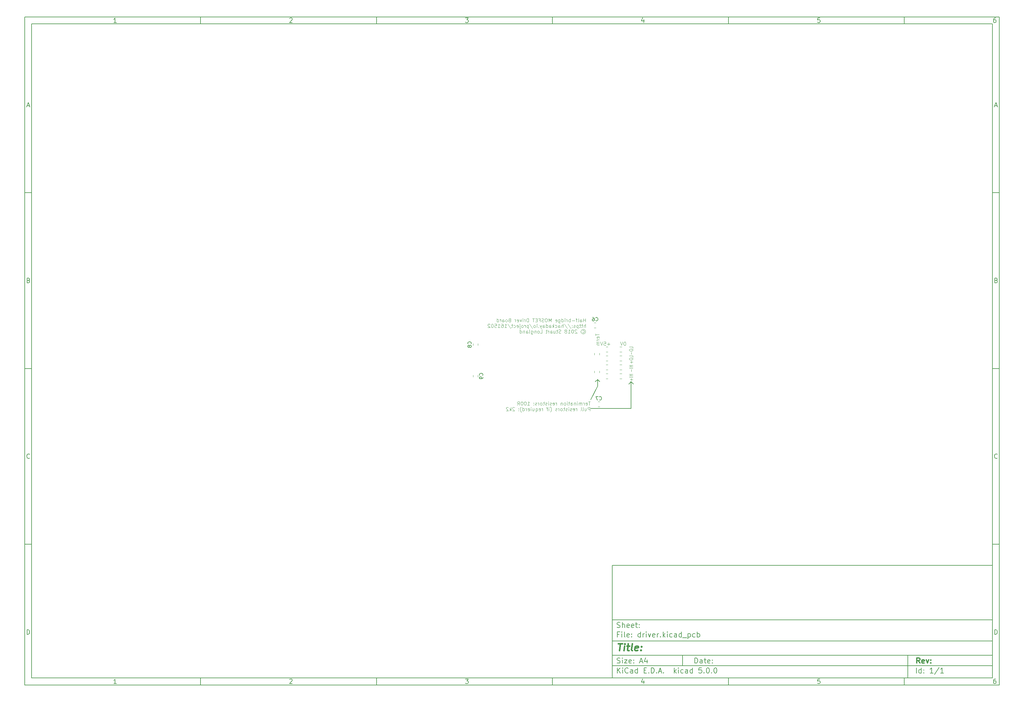
<source format=gbo>
G04 #@! TF.GenerationSoftware,KiCad,Pcbnew,5.0.0*
G04 #@! TF.CreationDate,2018-10-21T13:37:26+10:00*
G04 #@! TF.ProjectId,driver,6472697665722E6B696361645F706362,rev?*
G04 #@! TF.SameCoordinates,Original*
G04 #@! TF.FileFunction,Legend,Bot*
G04 #@! TF.FilePolarity,Positive*
%FSLAX46Y46*%
G04 Gerber Fmt 4.6, Leading zero omitted, Abs format (unit mm)*
G04 Created by KiCad (PCBNEW 5.0.0) date Sun Oct 21 13:37:26 2018*
%MOMM*%
%LPD*%
G01*
G04 APERTURE LIST*
%ADD10C,0.100000*%
%ADD11C,0.150000*%
%ADD12C,0.300000*%
%ADD13C,0.400000*%
%ADD14C,0.200000*%
%ADD15C,0.120000*%
G04 APERTURE END LIST*
D10*
D11*
X177002200Y-166007200D02*
X177002200Y-198007200D01*
X285002200Y-198007200D01*
X285002200Y-166007200D01*
X177002200Y-166007200D01*
D10*
D11*
X10000000Y-10000000D02*
X10000000Y-200007200D01*
X287002200Y-200007200D01*
X287002200Y-10000000D01*
X10000000Y-10000000D01*
D10*
D11*
X12000000Y-12000000D02*
X12000000Y-198007200D01*
X285002200Y-198007200D01*
X285002200Y-12000000D01*
X12000000Y-12000000D01*
D10*
D11*
X60000000Y-12000000D02*
X60000000Y-10000000D01*
D10*
D11*
X110000000Y-12000000D02*
X110000000Y-10000000D01*
D10*
D11*
X160000000Y-12000000D02*
X160000000Y-10000000D01*
D10*
D11*
X210000000Y-12000000D02*
X210000000Y-10000000D01*
D10*
D11*
X260000000Y-12000000D02*
X260000000Y-10000000D01*
D10*
D11*
X36065476Y-11588095D02*
X35322619Y-11588095D01*
X35694047Y-11588095D02*
X35694047Y-10288095D01*
X35570238Y-10473809D01*
X35446428Y-10597619D01*
X35322619Y-10659523D01*
D10*
D11*
X85322619Y-10411904D02*
X85384523Y-10350000D01*
X85508333Y-10288095D01*
X85817857Y-10288095D01*
X85941666Y-10350000D01*
X86003571Y-10411904D01*
X86065476Y-10535714D01*
X86065476Y-10659523D01*
X86003571Y-10845238D01*
X85260714Y-11588095D01*
X86065476Y-11588095D01*
D10*
D11*
X135260714Y-10288095D02*
X136065476Y-10288095D01*
X135632142Y-10783333D01*
X135817857Y-10783333D01*
X135941666Y-10845238D01*
X136003571Y-10907142D01*
X136065476Y-11030952D01*
X136065476Y-11340476D01*
X136003571Y-11464285D01*
X135941666Y-11526190D01*
X135817857Y-11588095D01*
X135446428Y-11588095D01*
X135322619Y-11526190D01*
X135260714Y-11464285D01*
D10*
D11*
X185941666Y-10721428D02*
X185941666Y-11588095D01*
X185632142Y-10226190D02*
X185322619Y-11154761D01*
X186127380Y-11154761D01*
D10*
D11*
X236003571Y-10288095D02*
X235384523Y-10288095D01*
X235322619Y-10907142D01*
X235384523Y-10845238D01*
X235508333Y-10783333D01*
X235817857Y-10783333D01*
X235941666Y-10845238D01*
X236003571Y-10907142D01*
X236065476Y-11030952D01*
X236065476Y-11340476D01*
X236003571Y-11464285D01*
X235941666Y-11526190D01*
X235817857Y-11588095D01*
X235508333Y-11588095D01*
X235384523Y-11526190D01*
X235322619Y-11464285D01*
D10*
D11*
X285941666Y-10288095D02*
X285694047Y-10288095D01*
X285570238Y-10350000D01*
X285508333Y-10411904D01*
X285384523Y-10597619D01*
X285322619Y-10845238D01*
X285322619Y-11340476D01*
X285384523Y-11464285D01*
X285446428Y-11526190D01*
X285570238Y-11588095D01*
X285817857Y-11588095D01*
X285941666Y-11526190D01*
X286003571Y-11464285D01*
X286065476Y-11340476D01*
X286065476Y-11030952D01*
X286003571Y-10907142D01*
X285941666Y-10845238D01*
X285817857Y-10783333D01*
X285570238Y-10783333D01*
X285446428Y-10845238D01*
X285384523Y-10907142D01*
X285322619Y-11030952D01*
D10*
D11*
X60000000Y-198007200D02*
X60000000Y-200007200D01*
D10*
D11*
X110000000Y-198007200D02*
X110000000Y-200007200D01*
D10*
D11*
X160000000Y-198007200D02*
X160000000Y-200007200D01*
D10*
D11*
X210000000Y-198007200D02*
X210000000Y-200007200D01*
D10*
D11*
X260000000Y-198007200D02*
X260000000Y-200007200D01*
D10*
D11*
X36065476Y-199595295D02*
X35322619Y-199595295D01*
X35694047Y-199595295D02*
X35694047Y-198295295D01*
X35570238Y-198481009D01*
X35446428Y-198604819D01*
X35322619Y-198666723D01*
D10*
D11*
X85322619Y-198419104D02*
X85384523Y-198357200D01*
X85508333Y-198295295D01*
X85817857Y-198295295D01*
X85941666Y-198357200D01*
X86003571Y-198419104D01*
X86065476Y-198542914D01*
X86065476Y-198666723D01*
X86003571Y-198852438D01*
X85260714Y-199595295D01*
X86065476Y-199595295D01*
D10*
D11*
X135260714Y-198295295D02*
X136065476Y-198295295D01*
X135632142Y-198790533D01*
X135817857Y-198790533D01*
X135941666Y-198852438D01*
X136003571Y-198914342D01*
X136065476Y-199038152D01*
X136065476Y-199347676D01*
X136003571Y-199471485D01*
X135941666Y-199533390D01*
X135817857Y-199595295D01*
X135446428Y-199595295D01*
X135322619Y-199533390D01*
X135260714Y-199471485D01*
D10*
D11*
X185941666Y-198728628D02*
X185941666Y-199595295D01*
X185632142Y-198233390D02*
X185322619Y-199161961D01*
X186127380Y-199161961D01*
D10*
D11*
X236003571Y-198295295D02*
X235384523Y-198295295D01*
X235322619Y-198914342D01*
X235384523Y-198852438D01*
X235508333Y-198790533D01*
X235817857Y-198790533D01*
X235941666Y-198852438D01*
X236003571Y-198914342D01*
X236065476Y-199038152D01*
X236065476Y-199347676D01*
X236003571Y-199471485D01*
X235941666Y-199533390D01*
X235817857Y-199595295D01*
X235508333Y-199595295D01*
X235384523Y-199533390D01*
X235322619Y-199471485D01*
D10*
D11*
X285941666Y-198295295D02*
X285694047Y-198295295D01*
X285570238Y-198357200D01*
X285508333Y-198419104D01*
X285384523Y-198604819D01*
X285322619Y-198852438D01*
X285322619Y-199347676D01*
X285384523Y-199471485D01*
X285446428Y-199533390D01*
X285570238Y-199595295D01*
X285817857Y-199595295D01*
X285941666Y-199533390D01*
X286003571Y-199471485D01*
X286065476Y-199347676D01*
X286065476Y-199038152D01*
X286003571Y-198914342D01*
X285941666Y-198852438D01*
X285817857Y-198790533D01*
X285570238Y-198790533D01*
X285446428Y-198852438D01*
X285384523Y-198914342D01*
X285322619Y-199038152D01*
D10*
D11*
X10000000Y-60000000D02*
X12000000Y-60000000D01*
D10*
D11*
X10000000Y-110000000D02*
X12000000Y-110000000D01*
D10*
D11*
X10000000Y-160000000D02*
X12000000Y-160000000D01*
D10*
D11*
X10690476Y-35216666D02*
X11309523Y-35216666D01*
X10566666Y-35588095D02*
X11000000Y-34288095D01*
X11433333Y-35588095D01*
D10*
D11*
X11092857Y-84907142D02*
X11278571Y-84969047D01*
X11340476Y-85030952D01*
X11402380Y-85154761D01*
X11402380Y-85340476D01*
X11340476Y-85464285D01*
X11278571Y-85526190D01*
X11154761Y-85588095D01*
X10659523Y-85588095D01*
X10659523Y-84288095D01*
X11092857Y-84288095D01*
X11216666Y-84350000D01*
X11278571Y-84411904D01*
X11340476Y-84535714D01*
X11340476Y-84659523D01*
X11278571Y-84783333D01*
X11216666Y-84845238D01*
X11092857Y-84907142D01*
X10659523Y-84907142D01*
D10*
D11*
X11402380Y-135464285D02*
X11340476Y-135526190D01*
X11154761Y-135588095D01*
X11030952Y-135588095D01*
X10845238Y-135526190D01*
X10721428Y-135402380D01*
X10659523Y-135278571D01*
X10597619Y-135030952D01*
X10597619Y-134845238D01*
X10659523Y-134597619D01*
X10721428Y-134473809D01*
X10845238Y-134350000D01*
X11030952Y-134288095D01*
X11154761Y-134288095D01*
X11340476Y-134350000D01*
X11402380Y-134411904D01*
D10*
D11*
X10659523Y-185588095D02*
X10659523Y-184288095D01*
X10969047Y-184288095D01*
X11154761Y-184350000D01*
X11278571Y-184473809D01*
X11340476Y-184597619D01*
X11402380Y-184845238D01*
X11402380Y-185030952D01*
X11340476Y-185278571D01*
X11278571Y-185402380D01*
X11154761Y-185526190D01*
X10969047Y-185588095D01*
X10659523Y-185588095D01*
D10*
D11*
X287002200Y-60000000D02*
X285002200Y-60000000D01*
D10*
D11*
X287002200Y-110000000D02*
X285002200Y-110000000D01*
D10*
D11*
X287002200Y-160000000D02*
X285002200Y-160000000D01*
D10*
D11*
X285692676Y-35216666D02*
X286311723Y-35216666D01*
X285568866Y-35588095D02*
X286002200Y-34288095D01*
X286435533Y-35588095D01*
D10*
D11*
X286095057Y-84907142D02*
X286280771Y-84969047D01*
X286342676Y-85030952D01*
X286404580Y-85154761D01*
X286404580Y-85340476D01*
X286342676Y-85464285D01*
X286280771Y-85526190D01*
X286156961Y-85588095D01*
X285661723Y-85588095D01*
X285661723Y-84288095D01*
X286095057Y-84288095D01*
X286218866Y-84350000D01*
X286280771Y-84411904D01*
X286342676Y-84535714D01*
X286342676Y-84659523D01*
X286280771Y-84783333D01*
X286218866Y-84845238D01*
X286095057Y-84907142D01*
X285661723Y-84907142D01*
D10*
D11*
X286404580Y-135464285D02*
X286342676Y-135526190D01*
X286156961Y-135588095D01*
X286033152Y-135588095D01*
X285847438Y-135526190D01*
X285723628Y-135402380D01*
X285661723Y-135278571D01*
X285599819Y-135030952D01*
X285599819Y-134845238D01*
X285661723Y-134597619D01*
X285723628Y-134473809D01*
X285847438Y-134350000D01*
X286033152Y-134288095D01*
X286156961Y-134288095D01*
X286342676Y-134350000D01*
X286404580Y-134411904D01*
D10*
D11*
X285661723Y-185588095D02*
X285661723Y-184288095D01*
X285971247Y-184288095D01*
X286156961Y-184350000D01*
X286280771Y-184473809D01*
X286342676Y-184597619D01*
X286404580Y-184845238D01*
X286404580Y-185030952D01*
X286342676Y-185278571D01*
X286280771Y-185402380D01*
X286156961Y-185526190D01*
X285971247Y-185588095D01*
X285661723Y-185588095D01*
D10*
D11*
X200434342Y-193785771D02*
X200434342Y-192285771D01*
X200791485Y-192285771D01*
X201005771Y-192357200D01*
X201148628Y-192500057D01*
X201220057Y-192642914D01*
X201291485Y-192928628D01*
X201291485Y-193142914D01*
X201220057Y-193428628D01*
X201148628Y-193571485D01*
X201005771Y-193714342D01*
X200791485Y-193785771D01*
X200434342Y-193785771D01*
X202577200Y-193785771D02*
X202577200Y-193000057D01*
X202505771Y-192857200D01*
X202362914Y-192785771D01*
X202077200Y-192785771D01*
X201934342Y-192857200D01*
X202577200Y-193714342D02*
X202434342Y-193785771D01*
X202077200Y-193785771D01*
X201934342Y-193714342D01*
X201862914Y-193571485D01*
X201862914Y-193428628D01*
X201934342Y-193285771D01*
X202077200Y-193214342D01*
X202434342Y-193214342D01*
X202577200Y-193142914D01*
X203077200Y-192785771D02*
X203648628Y-192785771D01*
X203291485Y-192285771D02*
X203291485Y-193571485D01*
X203362914Y-193714342D01*
X203505771Y-193785771D01*
X203648628Y-193785771D01*
X204720057Y-193714342D02*
X204577200Y-193785771D01*
X204291485Y-193785771D01*
X204148628Y-193714342D01*
X204077200Y-193571485D01*
X204077200Y-193000057D01*
X204148628Y-192857200D01*
X204291485Y-192785771D01*
X204577200Y-192785771D01*
X204720057Y-192857200D01*
X204791485Y-193000057D01*
X204791485Y-193142914D01*
X204077200Y-193285771D01*
X205434342Y-193642914D02*
X205505771Y-193714342D01*
X205434342Y-193785771D01*
X205362914Y-193714342D01*
X205434342Y-193642914D01*
X205434342Y-193785771D01*
X205434342Y-192857200D02*
X205505771Y-192928628D01*
X205434342Y-193000057D01*
X205362914Y-192928628D01*
X205434342Y-192857200D01*
X205434342Y-193000057D01*
D10*
D11*
X177002200Y-194507200D02*
X285002200Y-194507200D01*
D10*
D11*
X178434342Y-196585771D02*
X178434342Y-195085771D01*
X179291485Y-196585771D02*
X178648628Y-195728628D01*
X179291485Y-195085771D02*
X178434342Y-195942914D01*
X179934342Y-196585771D02*
X179934342Y-195585771D01*
X179934342Y-195085771D02*
X179862914Y-195157200D01*
X179934342Y-195228628D01*
X180005771Y-195157200D01*
X179934342Y-195085771D01*
X179934342Y-195228628D01*
X181505771Y-196442914D02*
X181434342Y-196514342D01*
X181220057Y-196585771D01*
X181077200Y-196585771D01*
X180862914Y-196514342D01*
X180720057Y-196371485D01*
X180648628Y-196228628D01*
X180577200Y-195942914D01*
X180577200Y-195728628D01*
X180648628Y-195442914D01*
X180720057Y-195300057D01*
X180862914Y-195157200D01*
X181077200Y-195085771D01*
X181220057Y-195085771D01*
X181434342Y-195157200D01*
X181505771Y-195228628D01*
X182791485Y-196585771D02*
X182791485Y-195800057D01*
X182720057Y-195657200D01*
X182577200Y-195585771D01*
X182291485Y-195585771D01*
X182148628Y-195657200D01*
X182791485Y-196514342D02*
X182648628Y-196585771D01*
X182291485Y-196585771D01*
X182148628Y-196514342D01*
X182077200Y-196371485D01*
X182077200Y-196228628D01*
X182148628Y-196085771D01*
X182291485Y-196014342D01*
X182648628Y-196014342D01*
X182791485Y-195942914D01*
X184148628Y-196585771D02*
X184148628Y-195085771D01*
X184148628Y-196514342D02*
X184005771Y-196585771D01*
X183720057Y-196585771D01*
X183577200Y-196514342D01*
X183505771Y-196442914D01*
X183434342Y-196300057D01*
X183434342Y-195871485D01*
X183505771Y-195728628D01*
X183577200Y-195657200D01*
X183720057Y-195585771D01*
X184005771Y-195585771D01*
X184148628Y-195657200D01*
X186005771Y-195800057D02*
X186505771Y-195800057D01*
X186720057Y-196585771D02*
X186005771Y-196585771D01*
X186005771Y-195085771D01*
X186720057Y-195085771D01*
X187362914Y-196442914D02*
X187434342Y-196514342D01*
X187362914Y-196585771D01*
X187291485Y-196514342D01*
X187362914Y-196442914D01*
X187362914Y-196585771D01*
X188077200Y-196585771D02*
X188077200Y-195085771D01*
X188434342Y-195085771D01*
X188648628Y-195157200D01*
X188791485Y-195300057D01*
X188862914Y-195442914D01*
X188934342Y-195728628D01*
X188934342Y-195942914D01*
X188862914Y-196228628D01*
X188791485Y-196371485D01*
X188648628Y-196514342D01*
X188434342Y-196585771D01*
X188077200Y-196585771D01*
X189577200Y-196442914D02*
X189648628Y-196514342D01*
X189577200Y-196585771D01*
X189505771Y-196514342D01*
X189577200Y-196442914D01*
X189577200Y-196585771D01*
X190220057Y-196157200D02*
X190934342Y-196157200D01*
X190077200Y-196585771D02*
X190577200Y-195085771D01*
X191077200Y-196585771D01*
X191577200Y-196442914D02*
X191648628Y-196514342D01*
X191577200Y-196585771D01*
X191505771Y-196514342D01*
X191577200Y-196442914D01*
X191577200Y-196585771D01*
X194577200Y-196585771D02*
X194577200Y-195085771D01*
X194720057Y-196014342D02*
X195148628Y-196585771D01*
X195148628Y-195585771D02*
X194577200Y-196157200D01*
X195791485Y-196585771D02*
X195791485Y-195585771D01*
X195791485Y-195085771D02*
X195720057Y-195157200D01*
X195791485Y-195228628D01*
X195862914Y-195157200D01*
X195791485Y-195085771D01*
X195791485Y-195228628D01*
X197148628Y-196514342D02*
X197005771Y-196585771D01*
X196720057Y-196585771D01*
X196577200Y-196514342D01*
X196505771Y-196442914D01*
X196434342Y-196300057D01*
X196434342Y-195871485D01*
X196505771Y-195728628D01*
X196577200Y-195657200D01*
X196720057Y-195585771D01*
X197005771Y-195585771D01*
X197148628Y-195657200D01*
X198434342Y-196585771D02*
X198434342Y-195800057D01*
X198362914Y-195657200D01*
X198220057Y-195585771D01*
X197934342Y-195585771D01*
X197791485Y-195657200D01*
X198434342Y-196514342D02*
X198291485Y-196585771D01*
X197934342Y-196585771D01*
X197791485Y-196514342D01*
X197720057Y-196371485D01*
X197720057Y-196228628D01*
X197791485Y-196085771D01*
X197934342Y-196014342D01*
X198291485Y-196014342D01*
X198434342Y-195942914D01*
X199791485Y-196585771D02*
X199791485Y-195085771D01*
X199791485Y-196514342D02*
X199648628Y-196585771D01*
X199362914Y-196585771D01*
X199220057Y-196514342D01*
X199148628Y-196442914D01*
X199077200Y-196300057D01*
X199077200Y-195871485D01*
X199148628Y-195728628D01*
X199220057Y-195657200D01*
X199362914Y-195585771D01*
X199648628Y-195585771D01*
X199791485Y-195657200D01*
X202362914Y-195085771D02*
X201648628Y-195085771D01*
X201577200Y-195800057D01*
X201648628Y-195728628D01*
X201791485Y-195657200D01*
X202148628Y-195657200D01*
X202291485Y-195728628D01*
X202362914Y-195800057D01*
X202434342Y-195942914D01*
X202434342Y-196300057D01*
X202362914Y-196442914D01*
X202291485Y-196514342D01*
X202148628Y-196585771D01*
X201791485Y-196585771D01*
X201648628Y-196514342D01*
X201577200Y-196442914D01*
X203077200Y-196442914D02*
X203148628Y-196514342D01*
X203077200Y-196585771D01*
X203005771Y-196514342D01*
X203077200Y-196442914D01*
X203077200Y-196585771D01*
X204077200Y-195085771D02*
X204220057Y-195085771D01*
X204362914Y-195157200D01*
X204434342Y-195228628D01*
X204505771Y-195371485D01*
X204577200Y-195657200D01*
X204577200Y-196014342D01*
X204505771Y-196300057D01*
X204434342Y-196442914D01*
X204362914Y-196514342D01*
X204220057Y-196585771D01*
X204077200Y-196585771D01*
X203934342Y-196514342D01*
X203862914Y-196442914D01*
X203791485Y-196300057D01*
X203720057Y-196014342D01*
X203720057Y-195657200D01*
X203791485Y-195371485D01*
X203862914Y-195228628D01*
X203934342Y-195157200D01*
X204077200Y-195085771D01*
X205220057Y-196442914D02*
X205291485Y-196514342D01*
X205220057Y-196585771D01*
X205148628Y-196514342D01*
X205220057Y-196442914D01*
X205220057Y-196585771D01*
X206220057Y-195085771D02*
X206362914Y-195085771D01*
X206505771Y-195157200D01*
X206577200Y-195228628D01*
X206648628Y-195371485D01*
X206720057Y-195657200D01*
X206720057Y-196014342D01*
X206648628Y-196300057D01*
X206577200Y-196442914D01*
X206505771Y-196514342D01*
X206362914Y-196585771D01*
X206220057Y-196585771D01*
X206077200Y-196514342D01*
X206005771Y-196442914D01*
X205934342Y-196300057D01*
X205862914Y-196014342D01*
X205862914Y-195657200D01*
X205934342Y-195371485D01*
X206005771Y-195228628D01*
X206077200Y-195157200D01*
X206220057Y-195085771D01*
D10*
D11*
X177002200Y-191507200D02*
X285002200Y-191507200D01*
D10*
D12*
X264411485Y-193785771D02*
X263911485Y-193071485D01*
X263554342Y-193785771D02*
X263554342Y-192285771D01*
X264125771Y-192285771D01*
X264268628Y-192357200D01*
X264340057Y-192428628D01*
X264411485Y-192571485D01*
X264411485Y-192785771D01*
X264340057Y-192928628D01*
X264268628Y-193000057D01*
X264125771Y-193071485D01*
X263554342Y-193071485D01*
X265625771Y-193714342D02*
X265482914Y-193785771D01*
X265197200Y-193785771D01*
X265054342Y-193714342D01*
X264982914Y-193571485D01*
X264982914Y-193000057D01*
X265054342Y-192857200D01*
X265197200Y-192785771D01*
X265482914Y-192785771D01*
X265625771Y-192857200D01*
X265697200Y-193000057D01*
X265697200Y-193142914D01*
X264982914Y-193285771D01*
X266197200Y-192785771D02*
X266554342Y-193785771D01*
X266911485Y-192785771D01*
X267482914Y-193642914D02*
X267554342Y-193714342D01*
X267482914Y-193785771D01*
X267411485Y-193714342D01*
X267482914Y-193642914D01*
X267482914Y-193785771D01*
X267482914Y-192857200D02*
X267554342Y-192928628D01*
X267482914Y-193000057D01*
X267411485Y-192928628D01*
X267482914Y-192857200D01*
X267482914Y-193000057D01*
D10*
D11*
X178362914Y-193714342D02*
X178577200Y-193785771D01*
X178934342Y-193785771D01*
X179077200Y-193714342D01*
X179148628Y-193642914D01*
X179220057Y-193500057D01*
X179220057Y-193357200D01*
X179148628Y-193214342D01*
X179077200Y-193142914D01*
X178934342Y-193071485D01*
X178648628Y-193000057D01*
X178505771Y-192928628D01*
X178434342Y-192857200D01*
X178362914Y-192714342D01*
X178362914Y-192571485D01*
X178434342Y-192428628D01*
X178505771Y-192357200D01*
X178648628Y-192285771D01*
X179005771Y-192285771D01*
X179220057Y-192357200D01*
X179862914Y-193785771D02*
X179862914Y-192785771D01*
X179862914Y-192285771D02*
X179791485Y-192357200D01*
X179862914Y-192428628D01*
X179934342Y-192357200D01*
X179862914Y-192285771D01*
X179862914Y-192428628D01*
X180434342Y-192785771D02*
X181220057Y-192785771D01*
X180434342Y-193785771D01*
X181220057Y-193785771D01*
X182362914Y-193714342D02*
X182220057Y-193785771D01*
X181934342Y-193785771D01*
X181791485Y-193714342D01*
X181720057Y-193571485D01*
X181720057Y-193000057D01*
X181791485Y-192857200D01*
X181934342Y-192785771D01*
X182220057Y-192785771D01*
X182362914Y-192857200D01*
X182434342Y-193000057D01*
X182434342Y-193142914D01*
X181720057Y-193285771D01*
X183077200Y-193642914D02*
X183148628Y-193714342D01*
X183077200Y-193785771D01*
X183005771Y-193714342D01*
X183077200Y-193642914D01*
X183077200Y-193785771D01*
X183077200Y-192857200D02*
X183148628Y-192928628D01*
X183077200Y-193000057D01*
X183005771Y-192928628D01*
X183077200Y-192857200D01*
X183077200Y-193000057D01*
X184862914Y-193357200D02*
X185577200Y-193357200D01*
X184720057Y-193785771D02*
X185220057Y-192285771D01*
X185720057Y-193785771D01*
X186862914Y-192785771D02*
X186862914Y-193785771D01*
X186505771Y-192214342D02*
X186148628Y-193285771D01*
X187077200Y-193285771D01*
D10*
D11*
X263434342Y-196585771D02*
X263434342Y-195085771D01*
X264791485Y-196585771D02*
X264791485Y-195085771D01*
X264791485Y-196514342D02*
X264648628Y-196585771D01*
X264362914Y-196585771D01*
X264220057Y-196514342D01*
X264148628Y-196442914D01*
X264077200Y-196300057D01*
X264077200Y-195871485D01*
X264148628Y-195728628D01*
X264220057Y-195657200D01*
X264362914Y-195585771D01*
X264648628Y-195585771D01*
X264791485Y-195657200D01*
X265505771Y-196442914D02*
X265577200Y-196514342D01*
X265505771Y-196585771D01*
X265434342Y-196514342D01*
X265505771Y-196442914D01*
X265505771Y-196585771D01*
X265505771Y-195657200D02*
X265577200Y-195728628D01*
X265505771Y-195800057D01*
X265434342Y-195728628D01*
X265505771Y-195657200D01*
X265505771Y-195800057D01*
X268148628Y-196585771D02*
X267291485Y-196585771D01*
X267720057Y-196585771D02*
X267720057Y-195085771D01*
X267577200Y-195300057D01*
X267434342Y-195442914D01*
X267291485Y-195514342D01*
X269862914Y-195014342D02*
X268577200Y-196942914D01*
X271148628Y-196585771D02*
X270291485Y-196585771D01*
X270720057Y-196585771D02*
X270720057Y-195085771D01*
X270577200Y-195300057D01*
X270434342Y-195442914D01*
X270291485Y-195514342D01*
D10*
D11*
X177002200Y-187507200D02*
X285002200Y-187507200D01*
D10*
D13*
X178714580Y-188211961D02*
X179857438Y-188211961D01*
X179036009Y-190211961D02*
X179286009Y-188211961D01*
X180274104Y-190211961D02*
X180440771Y-188878628D01*
X180524104Y-188211961D02*
X180416961Y-188307200D01*
X180500295Y-188402438D01*
X180607438Y-188307200D01*
X180524104Y-188211961D01*
X180500295Y-188402438D01*
X181107438Y-188878628D02*
X181869342Y-188878628D01*
X181476485Y-188211961D02*
X181262200Y-189926247D01*
X181333628Y-190116723D01*
X181512200Y-190211961D01*
X181702676Y-190211961D01*
X182655057Y-190211961D02*
X182476485Y-190116723D01*
X182405057Y-189926247D01*
X182619342Y-188211961D01*
X184190771Y-190116723D02*
X183988390Y-190211961D01*
X183607438Y-190211961D01*
X183428866Y-190116723D01*
X183357438Y-189926247D01*
X183452676Y-189164342D01*
X183571723Y-188973866D01*
X183774104Y-188878628D01*
X184155057Y-188878628D01*
X184333628Y-188973866D01*
X184405057Y-189164342D01*
X184381247Y-189354819D01*
X183405057Y-189545295D01*
X185155057Y-190021485D02*
X185238390Y-190116723D01*
X185131247Y-190211961D01*
X185047914Y-190116723D01*
X185155057Y-190021485D01*
X185131247Y-190211961D01*
X185286009Y-188973866D02*
X185369342Y-189069104D01*
X185262200Y-189164342D01*
X185178866Y-189069104D01*
X185286009Y-188973866D01*
X185262200Y-189164342D01*
D10*
D11*
X178934342Y-185600057D02*
X178434342Y-185600057D01*
X178434342Y-186385771D02*
X178434342Y-184885771D01*
X179148628Y-184885771D01*
X179720057Y-186385771D02*
X179720057Y-185385771D01*
X179720057Y-184885771D02*
X179648628Y-184957200D01*
X179720057Y-185028628D01*
X179791485Y-184957200D01*
X179720057Y-184885771D01*
X179720057Y-185028628D01*
X180648628Y-186385771D02*
X180505771Y-186314342D01*
X180434342Y-186171485D01*
X180434342Y-184885771D01*
X181791485Y-186314342D02*
X181648628Y-186385771D01*
X181362914Y-186385771D01*
X181220057Y-186314342D01*
X181148628Y-186171485D01*
X181148628Y-185600057D01*
X181220057Y-185457200D01*
X181362914Y-185385771D01*
X181648628Y-185385771D01*
X181791485Y-185457200D01*
X181862914Y-185600057D01*
X181862914Y-185742914D01*
X181148628Y-185885771D01*
X182505771Y-186242914D02*
X182577200Y-186314342D01*
X182505771Y-186385771D01*
X182434342Y-186314342D01*
X182505771Y-186242914D01*
X182505771Y-186385771D01*
X182505771Y-185457200D02*
X182577200Y-185528628D01*
X182505771Y-185600057D01*
X182434342Y-185528628D01*
X182505771Y-185457200D01*
X182505771Y-185600057D01*
X185005771Y-186385771D02*
X185005771Y-184885771D01*
X185005771Y-186314342D02*
X184862914Y-186385771D01*
X184577200Y-186385771D01*
X184434342Y-186314342D01*
X184362914Y-186242914D01*
X184291485Y-186100057D01*
X184291485Y-185671485D01*
X184362914Y-185528628D01*
X184434342Y-185457200D01*
X184577200Y-185385771D01*
X184862914Y-185385771D01*
X185005771Y-185457200D01*
X185720057Y-186385771D02*
X185720057Y-185385771D01*
X185720057Y-185671485D02*
X185791485Y-185528628D01*
X185862914Y-185457200D01*
X186005771Y-185385771D01*
X186148628Y-185385771D01*
X186648628Y-186385771D02*
X186648628Y-185385771D01*
X186648628Y-184885771D02*
X186577200Y-184957200D01*
X186648628Y-185028628D01*
X186720057Y-184957200D01*
X186648628Y-184885771D01*
X186648628Y-185028628D01*
X187220057Y-185385771D02*
X187577200Y-186385771D01*
X187934342Y-185385771D01*
X189077200Y-186314342D02*
X188934342Y-186385771D01*
X188648628Y-186385771D01*
X188505771Y-186314342D01*
X188434342Y-186171485D01*
X188434342Y-185600057D01*
X188505771Y-185457200D01*
X188648628Y-185385771D01*
X188934342Y-185385771D01*
X189077200Y-185457200D01*
X189148628Y-185600057D01*
X189148628Y-185742914D01*
X188434342Y-185885771D01*
X189791485Y-186385771D02*
X189791485Y-185385771D01*
X189791485Y-185671485D02*
X189862914Y-185528628D01*
X189934342Y-185457200D01*
X190077200Y-185385771D01*
X190220057Y-185385771D01*
X190720057Y-186242914D02*
X190791485Y-186314342D01*
X190720057Y-186385771D01*
X190648628Y-186314342D01*
X190720057Y-186242914D01*
X190720057Y-186385771D01*
X191434342Y-186385771D02*
X191434342Y-184885771D01*
X191577200Y-185814342D02*
X192005771Y-186385771D01*
X192005771Y-185385771D02*
X191434342Y-185957200D01*
X192648628Y-186385771D02*
X192648628Y-185385771D01*
X192648628Y-184885771D02*
X192577200Y-184957200D01*
X192648628Y-185028628D01*
X192720057Y-184957200D01*
X192648628Y-184885771D01*
X192648628Y-185028628D01*
X194005771Y-186314342D02*
X193862914Y-186385771D01*
X193577200Y-186385771D01*
X193434342Y-186314342D01*
X193362914Y-186242914D01*
X193291485Y-186100057D01*
X193291485Y-185671485D01*
X193362914Y-185528628D01*
X193434342Y-185457200D01*
X193577200Y-185385771D01*
X193862914Y-185385771D01*
X194005771Y-185457200D01*
X195291485Y-186385771D02*
X195291485Y-185600057D01*
X195220057Y-185457200D01*
X195077200Y-185385771D01*
X194791485Y-185385771D01*
X194648628Y-185457200D01*
X195291485Y-186314342D02*
X195148628Y-186385771D01*
X194791485Y-186385771D01*
X194648628Y-186314342D01*
X194577200Y-186171485D01*
X194577200Y-186028628D01*
X194648628Y-185885771D01*
X194791485Y-185814342D01*
X195148628Y-185814342D01*
X195291485Y-185742914D01*
X196648628Y-186385771D02*
X196648628Y-184885771D01*
X196648628Y-186314342D02*
X196505771Y-186385771D01*
X196220057Y-186385771D01*
X196077200Y-186314342D01*
X196005771Y-186242914D01*
X195934342Y-186100057D01*
X195934342Y-185671485D01*
X196005771Y-185528628D01*
X196077200Y-185457200D01*
X196220057Y-185385771D01*
X196505771Y-185385771D01*
X196648628Y-185457200D01*
X197005771Y-186528628D02*
X198148628Y-186528628D01*
X198505771Y-185385771D02*
X198505771Y-186885771D01*
X198505771Y-185457200D02*
X198648628Y-185385771D01*
X198934342Y-185385771D01*
X199077200Y-185457200D01*
X199148628Y-185528628D01*
X199220057Y-185671485D01*
X199220057Y-186100057D01*
X199148628Y-186242914D01*
X199077200Y-186314342D01*
X198934342Y-186385771D01*
X198648628Y-186385771D01*
X198505771Y-186314342D01*
X200505771Y-186314342D02*
X200362914Y-186385771D01*
X200077200Y-186385771D01*
X199934342Y-186314342D01*
X199862914Y-186242914D01*
X199791485Y-186100057D01*
X199791485Y-185671485D01*
X199862914Y-185528628D01*
X199934342Y-185457200D01*
X200077200Y-185385771D01*
X200362914Y-185385771D01*
X200505771Y-185457200D01*
X201148628Y-186385771D02*
X201148628Y-184885771D01*
X201148628Y-185457200D02*
X201291485Y-185385771D01*
X201577200Y-185385771D01*
X201720057Y-185457200D01*
X201791485Y-185528628D01*
X201862914Y-185671485D01*
X201862914Y-186100057D01*
X201791485Y-186242914D01*
X201720057Y-186314342D01*
X201577200Y-186385771D01*
X201291485Y-186385771D01*
X201148628Y-186314342D01*
D10*
D11*
X177002200Y-181507200D02*
X285002200Y-181507200D01*
D10*
D11*
X178362914Y-183614342D02*
X178577200Y-183685771D01*
X178934342Y-183685771D01*
X179077200Y-183614342D01*
X179148628Y-183542914D01*
X179220057Y-183400057D01*
X179220057Y-183257200D01*
X179148628Y-183114342D01*
X179077200Y-183042914D01*
X178934342Y-182971485D01*
X178648628Y-182900057D01*
X178505771Y-182828628D01*
X178434342Y-182757200D01*
X178362914Y-182614342D01*
X178362914Y-182471485D01*
X178434342Y-182328628D01*
X178505771Y-182257200D01*
X178648628Y-182185771D01*
X179005771Y-182185771D01*
X179220057Y-182257200D01*
X179862914Y-183685771D02*
X179862914Y-182185771D01*
X180505771Y-183685771D02*
X180505771Y-182900057D01*
X180434342Y-182757200D01*
X180291485Y-182685771D01*
X180077200Y-182685771D01*
X179934342Y-182757200D01*
X179862914Y-182828628D01*
X181791485Y-183614342D02*
X181648628Y-183685771D01*
X181362914Y-183685771D01*
X181220057Y-183614342D01*
X181148628Y-183471485D01*
X181148628Y-182900057D01*
X181220057Y-182757200D01*
X181362914Y-182685771D01*
X181648628Y-182685771D01*
X181791485Y-182757200D01*
X181862914Y-182900057D01*
X181862914Y-183042914D01*
X181148628Y-183185771D01*
X183077200Y-183614342D02*
X182934342Y-183685771D01*
X182648628Y-183685771D01*
X182505771Y-183614342D01*
X182434342Y-183471485D01*
X182434342Y-182900057D01*
X182505771Y-182757200D01*
X182648628Y-182685771D01*
X182934342Y-182685771D01*
X183077200Y-182757200D01*
X183148628Y-182900057D01*
X183148628Y-183042914D01*
X182434342Y-183185771D01*
X183577200Y-182685771D02*
X184148628Y-182685771D01*
X183791485Y-182185771D02*
X183791485Y-183471485D01*
X183862914Y-183614342D01*
X184005771Y-183685771D01*
X184148628Y-183685771D01*
X184648628Y-183542914D02*
X184720057Y-183614342D01*
X184648628Y-183685771D01*
X184577200Y-183614342D01*
X184648628Y-183542914D01*
X184648628Y-183685771D01*
X184648628Y-182757200D02*
X184720057Y-182828628D01*
X184648628Y-182900057D01*
X184577200Y-182828628D01*
X184648628Y-182757200D01*
X184648628Y-182900057D01*
D10*
D11*
X197002200Y-191507200D02*
X197002200Y-194507200D01*
D10*
D11*
X261002200Y-191507200D02*
X261002200Y-198007200D01*
D14*
X172815000Y-113135000D02*
X172180000Y-113770000D01*
X172815000Y-113135000D02*
X173450000Y-113770000D01*
X172815000Y-115040000D02*
X172815000Y-113135000D01*
X170910000Y-118850000D02*
X172815000Y-115040000D01*
X182340000Y-113770000D02*
X181705000Y-114405000D01*
X182340000Y-113770000D02*
X182975000Y-114405000D01*
X182340000Y-121390000D02*
X182340000Y-113770000D01*
X170910000Y-121390000D02*
X182340000Y-121390000D01*
D10*
X169336904Y-96747380D02*
X169336904Y-95747380D01*
X169336904Y-96223571D02*
X168765476Y-96223571D01*
X168765476Y-96747380D02*
X168765476Y-95747380D01*
X167860714Y-96747380D02*
X167860714Y-96223571D01*
X167908333Y-96128333D01*
X168003571Y-96080714D01*
X168194047Y-96080714D01*
X168289285Y-96128333D01*
X167860714Y-96699761D02*
X167955952Y-96747380D01*
X168194047Y-96747380D01*
X168289285Y-96699761D01*
X168336904Y-96604523D01*
X168336904Y-96509285D01*
X168289285Y-96414047D01*
X168194047Y-96366428D01*
X167955952Y-96366428D01*
X167860714Y-96318809D01*
X167241666Y-96747380D02*
X167336904Y-96699761D01*
X167384523Y-96604523D01*
X167384523Y-95747380D01*
X167003571Y-96080714D02*
X166622619Y-96080714D01*
X166860714Y-96747380D02*
X166860714Y-95890238D01*
X166813095Y-95795000D01*
X166717857Y-95747380D01*
X166622619Y-95747380D01*
X166289285Y-96366428D02*
X165527380Y-96366428D01*
X165051190Y-96747380D02*
X165051190Y-95747380D01*
X165051190Y-96128333D02*
X164955952Y-96080714D01*
X164765476Y-96080714D01*
X164670238Y-96128333D01*
X164622619Y-96175952D01*
X164575000Y-96271190D01*
X164575000Y-96556904D01*
X164622619Y-96652142D01*
X164670238Y-96699761D01*
X164765476Y-96747380D01*
X164955952Y-96747380D01*
X165051190Y-96699761D01*
X164146428Y-96747380D02*
X164146428Y-96080714D01*
X164146428Y-96271190D02*
X164098809Y-96175952D01*
X164051190Y-96128333D01*
X163955952Y-96080714D01*
X163860714Y-96080714D01*
X163527380Y-96747380D02*
X163527380Y-96080714D01*
X163527380Y-95747380D02*
X163575000Y-95795000D01*
X163527380Y-95842619D01*
X163479761Y-95795000D01*
X163527380Y-95747380D01*
X163527380Y-95842619D01*
X162622619Y-96747380D02*
X162622619Y-95747380D01*
X162622619Y-96699761D02*
X162717857Y-96747380D01*
X162908333Y-96747380D01*
X163003571Y-96699761D01*
X163051190Y-96652142D01*
X163098809Y-96556904D01*
X163098809Y-96271190D01*
X163051190Y-96175952D01*
X163003571Y-96128333D01*
X162908333Y-96080714D01*
X162717857Y-96080714D01*
X162622619Y-96128333D01*
X161717857Y-96080714D02*
X161717857Y-96890238D01*
X161765476Y-96985476D01*
X161813095Y-97033095D01*
X161908333Y-97080714D01*
X162051190Y-97080714D01*
X162146428Y-97033095D01*
X161717857Y-96699761D02*
X161813095Y-96747380D01*
X162003571Y-96747380D01*
X162098809Y-96699761D01*
X162146428Y-96652142D01*
X162194047Y-96556904D01*
X162194047Y-96271190D01*
X162146428Y-96175952D01*
X162098809Y-96128333D01*
X162003571Y-96080714D01*
X161813095Y-96080714D01*
X161717857Y-96128333D01*
X160860714Y-96699761D02*
X160955952Y-96747380D01*
X161146428Y-96747380D01*
X161241666Y-96699761D01*
X161289285Y-96604523D01*
X161289285Y-96223571D01*
X161241666Y-96128333D01*
X161146428Y-96080714D01*
X160955952Y-96080714D01*
X160860714Y-96128333D01*
X160813095Y-96223571D01*
X160813095Y-96318809D01*
X161289285Y-96414047D01*
X159622619Y-96747380D02*
X159622619Y-95747380D01*
X159289285Y-96461666D01*
X158955952Y-95747380D01*
X158955952Y-96747380D01*
X158289285Y-95747380D02*
X158098809Y-95747380D01*
X158003571Y-95795000D01*
X157908333Y-95890238D01*
X157860714Y-96080714D01*
X157860714Y-96414047D01*
X157908333Y-96604523D01*
X158003571Y-96699761D01*
X158098809Y-96747380D01*
X158289285Y-96747380D01*
X158384523Y-96699761D01*
X158479761Y-96604523D01*
X158527380Y-96414047D01*
X158527380Y-96080714D01*
X158479761Y-95890238D01*
X158384523Y-95795000D01*
X158289285Y-95747380D01*
X157479761Y-96699761D02*
X157336904Y-96747380D01*
X157098809Y-96747380D01*
X157003571Y-96699761D01*
X156955952Y-96652142D01*
X156908333Y-96556904D01*
X156908333Y-96461666D01*
X156955952Y-96366428D01*
X157003571Y-96318809D01*
X157098809Y-96271190D01*
X157289285Y-96223571D01*
X157384523Y-96175952D01*
X157432142Y-96128333D01*
X157479761Y-96033095D01*
X157479761Y-95937857D01*
X157432142Y-95842619D01*
X157384523Y-95795000D01*
X157289285Y-95747380D01*
X157051190Y-95747380D01*
X156908333Y-95795000D01*
X156146428Y-96223571D02*
X156479761Y-96223571D01*
X156479761Y-96747380D02*
X156479761Y-95747380D01*
X156003571Y-95747380D01*
X155622619Y-96223571D02*
X155289285Y-96223571D01*
X155146428Y-96747380D02*
X155622619Y-96747380D01*
X155622619Y-95747380D01*
X155146428Y-95747380D01*
X154860714Y-95747380D02*
X154289285Y-95747380D01*
X154575000Y-96747380D02*
X154575000Y-95747380D01*
X153194047Y-96747380D02*
X153194047Y-95747380D01*
X152955952Y-95747380D01*
X152813095Y-95795000D01*
X152717857Y-95890238D01*
X152670238Y-95985476D01*
X152622619Y-96175952D01*
X152622619Y-96318809D01*
X152670238Y-96509285D01*
X152717857Y-96604523D01*
X152813095Y-96699761D01*
X152955952Y-96747380D01*
X153194047Y-96747380D01*
X152194047Y-96747380D02*
X152194047Y-96080714D01*
X152194047Y-96271190D02*
X152146428Y-96175952D01*
X152098809Y-96128333D01*
X152003571Y-96080714D01*
X151908333Y-96080714D01*
X151575000Y-96747380D02*
X151575000Y-96080714D01*
X151575000Y-95747380D02*
X151622619Y-95795000D01*
X151575000Y-95842619D01*
X151527380Y-95795000D01*
X151575000Y-95747380D01*
X151575000Y-95842619D01*
X151194047Y-96080714D02*
X150955952Y-96747380D01*
X150717857Y-96080714D01*
X149955952Y-96699761D02*
X150051190Y-96747380D01*
X150241666Y-96747380D01*
X150336904Y-96699761D01*
X150384523Y-96604523D01*
X150384523Y-96223571D01*
X150336904Y-96128333D01*
X150241666Y-96080714D01*
X150051190Y-96080714D01*
X149955952Y-96128333D01*
X149908333Y-96223571D01*
X149908333Y-96318809D01*
X150384523Y-96414047D01*
X149479761Y-96747380D02*
X149479761Y-96080714D01*
X149479761Y-96271190D02*
X149432142Y-96175952D01*
X149384523Y-96128333D01*
X149289285Y-96080714D01*
X149194047Y-96080714D01*
X147765476Y-96223571D02*
X147622619Y-96271190D01*
X147575000Y-96318809D01*
X147527380Y-96414047D01*
X147527380Y-96556904D01*
X147575000Y-96652142D01*
X147622619Y-96699761D01*
X147717857Y-96747380D01*
X148098809Y-96747380D01*
X148098809Y-95747380D01*
X147765476Y-95747380D01*
X147670238Y-95795000D01*
X147622619Y-95842619D01*
X147575000Y-95937857D01*
X147575000Y-96033095D01*
X147622619Y-96128333D01*
X147670238Y-96175952D01*
X147765476Y-96223571D01*
X148098809Y-96223571D01*
X146955952Y-96747380D02*
X147051190Y-96699761D01*
X147098809Y-96652142D01*
X147146428Y-96556904D01*
X147146428Y-96271190D01*
X147098809Y-96175952D01*
X147051190Y-96128333D01*
X146955952Y-96080714D01*
X146813095Y-96080714D01*
X146717857Y-96128333D01*
X146670238Y-96175952D01*
X146622619Y-96271190D01*
X146622619Y-96556904D01*
X146670238Y-96652142D01*
X146717857Y-96699761D01*
X146813095Y-96747380D01*
X146955952Y-96747380D01*
X145765476Y-96747380D02*
X145765476Y-96223571D01*
X145813095Y-96128333D01*
X145908333Y-96080714D01*
X146098809Y-96080714D01*
X146194047Y-96128333D01*
X145765476Y-96699761D02*
X145860714Y-96747380D01*
X146098809Y-96747380D01*
X146194047Y-96699761D01*
X146241666Y-96604523D01*
X146241666Y-96509285D01*
X146194047Y-96414047D01*
X146098809Y-96366428D01*
X145860714Y-96366428D01*
X145765476Y-96318809D01*
X145289285Y-96747380D02*
X145289285Y-96080714D01*
X145289285Y-96271190D02*
X145241666Y-96175952D01*
X145194047Y-96128333D01*
X145098809Y-96080714D01*
X145003571Y-96080714D01*
X144241666Y-96747380D02*
X144241666Y-95747380D01*
X144241666Y-96699761D02*
X144336904Y-96747380D01*
X144527380Y-96747380D01*
X144622619Y-96699761D01*
X144670238Y-96652142D01*
X144717857Y-96556904D01*
X144717857Y-96271190D01*
X144670238Y-96175952D01*
X144622619Y-96128333D01*
X144527380Y-96080714D01*
X144336904Y-96080714D01*
X144241666Y-96128333D01*
X169336904Y-98347380D02*
X169336904Y-97347380D01*
X168908333Y-98347380D02*
X168908333Y-97823571D01*
X168955952Y-97728333D01*
X169051190Y-97680714D01*
X169194047Y-97680714D01*
X169289285Y-97728333D01*
X169336904Y-97775952D01*
X168575000Y-97680714D02*
X168194047Y-97680714D01*
X168432142Y-97347380D02*
X168432142Y-98204523D01*
X168384523Y-98299761D01*
X168289285Y-98347380D01*
X168194047Y-98347380D01*
X168003571Y-97680714D02*
X167622619Y-97680714D01*
X167860714Y-97347380D02*
X167860714Y-98204523D01*
X167813095Y-98299761D01*
X167717857Y-98347380D01*
X167622619Y-98347380D01*
X167289285Y-97680714D02*
X167289285Y-98680714D01*
X167289285Y-97728333D02*
X167194047Y-97680714D01*
X167003571Y-97680714D01*
X166908333Y-97728333D01*
X166860714Y-97775952D01*
X166813095Y-97871190D01*
X166813095Y-98156904D01*
X166860714Y-98252142D01*
X166908333Y-98299761D01*
X167003571Y-98347380D01*
X167194047Y-98347380D01*
X167289285Y-98299761D01*
X166432142Y-98299761D02*
X166336904Y-98347380D01*
X166146428Y-98347380D01*
X166051190Y-98299761D01*
X166003571Y-98204523D01*
X166003571Y-98156904D01*
X166051190Y-98061666D01*
X166146428Y-98014047D01*
X166289285Y-98014047D01*
X166384523Y-97966428D01*
X166432142Y-97871190D01*
X166432142Y-97823571D01*
X166384523Y-97728333D01*
X166289285Y-97680714D01*
X166146428Y-97680714D01*
X166051190Y-97728333D01*
X165575000Y-98252142D02*
X165527380Y-98299761D01*
X165575000Y-98347380D01*
X165622619Y-98299761D01*
X165575000Y-98252142D01*
X165575000Y-98347380D01*
X165575000Y-97728333D02*
X165527380Y-97775952D01*
X165575000Y-97823571D01*
X165622619Y-97775952D01*
X165575000Y-97728333D01*
X165575000Y-97823571D01*
X164384523Y-97299761D02*
X165241666Y-98585476D01*
X163336904Y-97299761D02*
X164194047Y-98585476D01*
X163003571Y-98347380D02*
X163003571Y-97347380D01*
X162575000Y-98347380D02*
X162575000Y-97823571D01*
X162622619Y-97728333D01*
X162717857Y-97680714D01*
X162860714Y-97680714D01*
X162955952Y-97728333D01*
X163003571Y-97775952D01*
X161670238Y-98347380D02*
X161670238Y-97823571D01*
X161717857Y-97728333D01*
X161813095Y-97680714D01*
X162003571Y-97680714D01*
X162098809Y-97728333D01*
X161670238Y-98299761D02*
X161765476Y-98347380D01*
X162003571Y-98347380D01*
X162098809Y-98299761D01*
X162146428Y-98204523D01*
X162146428Y-98109285D01*
X162098809Y-98014047D01*
X162003571Y-97966428D01*
X161765476Y-97966428D01*
X161670238Y-97918809D01*
X160765476Y-98299761D02*
X160860714Y-98347380D01*
X161051190Y-98347380D01*
X161146428Y-98299761D01*
X161194047Y-98252142D01*
X161241666Y-98156904D01*
X161241666Y-97871190D01*
X161194047Y-97775952D01*
X161146428Y-97728333D01*
X161051190Y-97680714D01*
X160860714Y-97680714D01*
X160765476Y-97728333D01*
X160336904Y-98347380D02*
X160336904Y-97347380D01*
X160241666Y-97966428D02*
X159955952Y-98347380D01*
X159955952Y-97680714D02*
X160336904Y-98061666D01*
X159098809Y-98347380D02*
X159098809Y-97823571D01*
X159146428Y-97728333D01*
X159241666Y-97680714D01*
X159432142Y-97680714D01*
X159527380Y-97728333D01*
X159098809Y-98299761D02*
X159194047Y-98347380D01*
X159432142Y-98347380D01*
X159527380Y-98299761D01*
X159575000Y-98204523D01*
X159575000Y-98109285D01*
X159527380Y-98014047D01*
X159432142Y-97966428D01*
X159194047Y-97966428D01*
X159098809Y-97918809D01*
X158194047Y-98347380D02*
X158194047Y-97347380D01*
X158194047Y-98299761D02*
X158289285Y-98347380D01*
X158479761Y-98347380D01*
X158575000Y-98299761D01*
X158622619Y-98252142D01*
X158670238Y-98156904D01*
X158670238Y-97871190D01*
X158622619Y-97775952D01*
X158575000Y-97728333D01*
X158479761Y-97680714D01*
X158289285Y-97680714D01*
X158194047Y-97728333D01*
X157289285Y-98347380D02*
X157289285Y-97823571D01*
X157336904Y-97728333D01*
X157432142Y-97680714D01*
X157622619Y-97680714D01*
X157717857Y-97728333D01*
X157289285Y-98299761D02*
X157384523Y-98347380D01*
X157622619Y-98347380D01*
X157717857Y-98299761D01*
X157765476Y-98204523D01*
X157765476Y-98109285D01*
X157717857Y-98014047D01*
X157622619Y-97966428D01*
X157384523Y-97966428D01*
X157289285Y-97918809D01*
X156908333Y-97680714D02*
X156670238Y-98347380D01*
X156432142Y-97680714D02*
X156670238Y-98347380D01*
X156765476Y-98585476D01*
X156813095Y-98633095D01*
X156908333Y-98680714D01*
X156051190Y-98252142D02*
X156003571Y-98299761D01*
X156051190Y-98347380D01*
X156098809Y-98299761D01*
X156051190Y-98252142D01*
X156051190Y-98347380D01*
X155575000Y-98347380D02*
X155575000Y-97680714D01*
X155575000Y-97347380D02*
X155622619Y-97395000D01*
X155575000Y-97442619D01*
X155527380Y-97395000D01*
X155575000Y-97347380D01*
X155575000Y-97442619D01*
X154955952Y-98347380D02*
X155051190Y-98299761D01*
X155098809Y-98252142D01*
X155146428Y-98156904D01*
X155146428Y-97871190D01*
X155098809Y-97775952D01*
X155051190Y-97728333D01*
X154955952Y-97680714D01*
X154813095Y-97680714D01*
X154717857Y-97728333D01*
X154670238Y-97775952D01*
X154622619Y-97871190D01*
X154622619Y-98156904D01*
X154670238Y-98252142D01*
X154717857Y-98299761D01*
X154813095Y-98347380D01*
X154955952Y-98347380D01*
X153479761Y-97299761D02*
X154336904Y-98585476D01*
X153146428Y-97680714D02*
X153146428Y-98680714D01*
X153146428Y-97728333D02*
X153051190Y-97680714D01*
X152860714Y-97680714D01*
X152765476Y-97728333D01*
X152717857Y-97775952D01*
X152670238Y-97871190D01*
X152670238Y-98156904D01*
X152717857Y-98252142D01*
X152765476Y-98299761D01*
X152860714Y-98347380D01*
X153051190Y-98347380D01*
X153146428Y-98299761D01*
X152241666Y-98347380D02*
X152241666Y-97680714D01*
X152241666Y-97871190D02*
X152194047Y-97775952D01*
X152146428Y-97728333D01*
X152051190Y-97680714D01*
X151955952Y-97680714D01*
X151479761Y-98347380D02*
X151575000Y-98299761D01*
X151622619Y-98252142D01*
X151670238Y-98156904D01*
X151670238Y-97871190D01*
X151622619Y-97775952D01*
X151575000Y-97728333D01*
X151479761Y-97680714D01*
X151336904Y-97680714D01*
X151241666Y-97728333D01*
X151194047Y-97775952D01*
X151146428Y-97871190D01*
X151146428Y-98156904D01*
X151194047Y-98252142D01*
X151241666Y-98299761D01*
X151336904Y-98347380D01*
X151479761Y-98347380D01*
X150717857Y-97680714D02*
X150717857Y-98537857D01*
X150765476Y-98633095D01*
X150860714Y-98680714D01*
X150908333Y-98680714D01*
X150717857Y-97347380D02*
X150765476Y-97395000D01*
X150717857Y-97442619D01*
X150670238Y-97395000D01*
X150717857Y-97347380D01*
X150717857Y-97442619D01*
X149860714Y-98299761D02*
X149955952Y-98347380D01*
X150146428Y-98347380D01*
X150241666Y-98299761D01*
X150289285Y-98204523D01*
X150289285Y-97823571D01*
X150241666Y-97728333D01*
X150146428Y-97680714D01*
X149955952Y-97680714D01*
X149860714Y-97728333D01*
X149813095Y-97823571D01*
X149813095Y-97918809D01*
X150289285Y-98014047D01*
X148955952Y-98299761D02*
X149051190Y-98347380D01*
X149241666Y-98347380D01*
X149336904Y-98299761D01*
X149384523Y-98252142D01*
X149432142Y-98156904D01*
X149432142Y-97871190D01*
X149384523Y-97775952D01*
X149336904Y-97728333D01*
X149241666Y-97680714D01*
X149051190Y-97680714D01*
X148955952Y-97728333D01*
X148670238Y-97680714D02*
X148289285Y-97680714D01*
X148527380Y-97347380D02*
X148527380Y-98204523D01*
X148479761Y-98299761D01*
X148384523Y-98347380D01*
X148289285Y-98347380D01*
X147241666Y-97299761D02*
X148098809Y-98585476D01*
X146384523Y-98347380D02*
X146955952Y-98347380D01*
X146670238Y-98347380D02*
X146670238Y-97347380D01*
X146765476Y-97490238D01*
X146860714Y-97585476D01*
X146955952Y-97633095D01*
X145527380Y-97347380D02*
X145717857Y-97347380D01*
X145813095Y-97395000D01*
X145860714Y-97442619D01*
X145955952Y-97585476D01*
X146003571Y-97775952D01*
X146003571Y-98156904D01*
X145955952Y-98252142D01*
X145908333Y-98299761D01*
X145813095Y-98347380D01*
X145622619Y-98347380D01*
X145527380Y-98299761D01*
X145479761Y-98252142D01*
X145432142Y-98156904D01*
X145432142Y-97918809D01*
X145479761Y-97823571D01*
X145527380Y-97775952D01*
X145622619Y-97728333D01*
X145813095Y-97728333D01*
X145908333Y-97775952D01*
X145955952Y-97823571D01*
X146003571Y-97918809D01*
X144479761Y-98347380D02*
X145051190Y-98347380D01*
X144765476Y-98347380D02*
X144765476Y-97347380D01*
X144860714Y-97490238D01*
X144955952Y-97585476D01*
X145051190Y-97633095D01*
X143575000Y-97347380D02*
X144051190Y-97347380D01*
X144098809Y-97823571D01*
X144051190Y-97775952D01*
X143955952Y-97728333D01*
X143717857Y-97728333D01*
X143622619Y-97775952D01*
X143575000Y-97823571D01*
X143527380Y-97918809D01*
X143527380Y-98156904D01*
X143575000Y-98252142D01*
X143622619Y-98299761D01*
X143717857Y-98347380D01*
X143955952Y-98347380D01*
X144051190Y-98299761D01*
X144098809Y-98252142D01*
X142908333Y-97347380D02*
X142813095Y-97347380D01*
X142717857Y-97395000D01*
X142670238Y-97442619D01*
X142622619Y-97537857D01*
X142575000Y-97728333D01*
X142575000Y-97966428D01*
X142622619Y-98156904D01*
X142670238Y-98252142D01*
X142717857Y-98299761D01*
X142813095Y-98347380D01*
X142908333Y-98347380D01*
X143003571Y-98299761D01*
X143051190Y-98252142D01*
X143098809Y-98156904D01*
X143146428Y-97966428D01*
X143146428Y-97728333D01*
X143098809Y-97537857D01*
X143051190Y-97442619D01*
X143003571Y-97395000D01*
X142908333Y-97347380D01*
X142194047Y-97442619D02*
X142146428Y-97395000D01*
X142051190Y-97347380D01*
X141813095Y-97347380D01*
X141717857Y-97395000D01*
X141670238Y-97442619D01*
X141622619Y-97537857D01*
X141622619Y-97633095D01*
X141670238Y-97775952D01*
X142241666Y-98347380D01*
X141622619Y-98347380D01*
X168527380Y-99185476D02*
X168622619Y-99137857D01*
X168813095Y-99137857D01*
X168908333Y-99185476D01*
X169003571Y-99280714D01*
X169051190Y-99375952D01*
X169051190Y-99566428D01*
X169003571Y-99661666D01*
X168908333Y-99756904D01*
X168813095Y-99804523D01*
X168622619Y-99804523D01*
X168527380Y-99756904D01*
X168717857Y-98804523D02*
X168955952Y-98852142D01*
X169194047Y-98995000D01*
X169336904Y-99233095D01*
X169384523Y-99471190D01*
X169336904Y-99709285D01*
X169194047Y-99947380D01*
X168955952Y-100090238D01*
X168717857Y-100137857D01*
X168479761Y-100090238D01*
X168241666Y-99947380D01*
X168098809Y-99709285D01*
X168051190Y-99471190D01*
X168098809Y-99233095D01*
X168241666Y-98995000D01*
X168479761Y-98852142D01*
X168717857Y-98804523D01*
X166908333Y-99042619D02*
X166860714Y-98995000D01*
X166765476Y-98947380D01*
X166527380Y-98947380D01*
X166432142Y-98995000D01*
X166384523Y-99042619D01*
X166336904Y-99137857D01*
X166336904Y-99233095D01*
X166384523Y-99375952D01*
X166955952Y-99947380D01*
X166336904Y-99947380D01*
X165717857Y-98947380D02*
X165622619Y-98947380D01*
X165527380Y-98995000D01*
X165479761Y-99042619D01*
X165432142Y-99137857D01*
X165384523Y-99328333D01*
X165384523Y-99566428D01*
X165432142Y-99756904D01*
X165479761Y-99852142D01*
X165527380Y-99899761D01*
X165622619Y-99947380D01*
X165717857Y-99947380D01*
X165813095Y-99899761D01*
X165860714Y-99852142D01*
X165908333Y-99756904D01*
X165955952Y-99566428D01*
X165955952Y-99328333D01*
X165908333Y-99137857D01*
X165860714Y-99042619D01*
X165813095Y-98995000D01*
X165717857Y-98947380D01*
X164432142Y-99947380D02*
X165003571Y-99947380D01*
X164717857Y-99947380D02*
X164717857Y-98947380D01*
X164813095Y-99090238D01*
X164908333Y-99185476D01*
X165003571Y-99233095D01*
X163860714Y-99375952D02*
X163955952Y-99328333D01*
X164003571Y-99280714D01*
X164051190Y-99185476D01*
X164051190Y-99137857D01*
X164003571Y-99042619D01*
X163955952Y-98995000D01*
X163860714Y-98947380D01*
X163670238Y-98947380D01*
X163575000Y-98995000D01*
X163527380Y-99042619D01*
X163479761Y-99137857D01*
X163479761Y-99185476D01*
X163527380Y-99280714D01*
X163575000Y-99328333D01*
X163670238Y-99375952D01*
X163860714Y-99375952D01*
X163955952Y-99423571D01*
X164003571Y-99471190D01*
X164051190Y-99566428D01*
X164051190Y-99756904D01*
X164003571Y-99852142D01*
X163955952Y-99899761D01*
X163860714Y-99947380D01*
X163670238Y-99947380D01*
X163575000Y-99899761D01*
X163527380Y-99852142D01*
X163479761Y-99756904D01*
X163479761Y-99566428D01*
X163527380Y-99471190D01*
X163575000Y-99423571D01*
X163670238Y-99375952D01*
X162336904Y-99899761D02*
X162194047Y-99947380D01*
X161955952Y-99947380D01*
X161860714Y-99899761D01*
X161813095Y-99852142D01*
X161765476Y-99756904D01*
X161765476Y-99661666D01*
X161813095Y-99566428D01*
X161860714Y-99518809D01*
X161955952Y-99471190D01*
X162146428Y-99423571D01*
X162241666Y-99375952D01*
X162289285Y-99328333D01*
X162336904Y-99233095D01*
X162336904Y-99137857D01*
X162289285Y-99042619D01*
X162241666Y-98995000D01*
X162146428Y-98947380D01*
X161908333Y-98947380D01*
X161765476Y-98995000D01*
X161479761Y-99280714D02*
X161098809Y-99280714D01*
X161336904Y-98947380D02*
X161336904Y-99804523D01*
X161289285Y-99899761D01*
X161194047Y-99947380D01*
X161098809Y-99947380D01*
X160336904Y-99280714D02*
X160336904Y-99947380D01*
X160765476Y-99280714D02*
X160765476Y-99804523D01*
X160717857Y-99899761D01*
X160622619Y-99947380D01*
X160479761Y-99947380D01*
X160384523Y-99899761D01*
X160336904Y-99852142D01*
X159432142Y-99947380D02*
X159432142Y-99423571D01*
X159479761Y-99328333D01*
X159575000Y-99280714D01*
X159765476Y-99280714D01*
X159860714Y-99328333D01*
X159432142Y-99899761D02*
X159527380Y-99947380D01*
X159765476Y-99947380D01*
X159860714Y-99899761D01*
X159908333Y-99804523D01*
X159908333Y-99709285D01*
X159860714Y-99614047D01*
X159765476Y-99566428D01*
X159527380Y-99566428D01*
X159432142Y-99518809D01*
X158955952Y-99947380D02*
X158955952Y-99280714D01*
X158955952Y-99471190D02*
X158908333Y-99375952D01*
X158860714Y-99328333D01*
X158765476Y-99280714D01*
X158670238Y-99280714D01*
X158479761Y-99280714D02*
X158098809Y-99280714D01*
X158336904Y-98947380D02*
X158336904Y-99804523D01*
X158289285Y-99899761D01*
X158194047Y-99947380D01*
X158098809Y-99947380D01*
X156527380Y-99947380D02*
X157003571Y-99947380D01*
X157003571Y-98947380D01*
X156051190Y-99947380D02*
X156146428Y-99899761D01*
X156194047Y-99852142D01*
X156241666Y-99756904D01*
X156241666Y-99471190D01*
X156194047Y-99375952D01*
X156146428Y-99328333D01*
X156051190Y-99280714D01*
X155908333Y-99280714D01*
X155813095Y-99328333D01*
X155765476Y-99375952D01*
X155717857Y-99471190D01*
X155717857Y-99756904D01*
X155765476Y-99852142D01*
X155813095Y-99899761D01*
X155908333Y-99947380D01*
X156051190Y-99947380D01*
X155289285Y-99280714D02*
X155289285Y-99947380D01*
X155289285Y-99375952D02*
X155241666Y-99328333D01*
X155146428Y-99280714D01*
X155003571Y-99280714D01*
X154908333Y-99328333D01*
X154860714Y-99423571D01*
X154860714Y-99947380D01*
X153955952Y-99280714D02*
X153955952Y-100090238D01*
X154003571Y-100185476D01*
X154051190Y-100233095D01*
X154146428Y-100280714D01*
X154289285Y-100280714D01*
X154384523Y-100233095D01*
X153955952Y-99899761D02*
X154051190Y-99947380D01*
X154241666Y-99947380D01*
X154336904Y-99899761D01*
X154384523Y-99852142D01*
X154432142Y-99756904D01*
X154432142Y-99471190D01*
X154384523Y-99375952D01*
X154336904Y-99328333D01*
X154241666Y-99280714D01*
X154051190Y-99280714D01*
X153955952Y-99328333D01*
X153336904Y-99947380D02*
X153432142Y-99899761D01*
X153479761Y-99804523D01*
X153479761Y-98947380D01*
X152527380Y-99947380D02*
X152527380Y-99423571D01*
X152575000Y-99328333D01*
X152670238Y-99280714D01*
X152860714Y-99280714D01*
X152955952Y-99328333D01*
X152527380Y-99899761D02*
X152622619Y-99947380D01*
X152860714Y-99947380D01*
X152955952Y-99899761D01*
X153003571Y-99804523D01*
X153003571Y-99709285D01*
X152955952Y-99614047D01*
X152860714Y-99566428D01*
X152622619Y-99566428D01*
X152527380Y-99518809D01*
X152051190Y-99280714D02*
X152051190Y-99947380D01*
X152051190Y-99375952D02*
X152003571Y-99328333D01*
X151908333Y-99280714D01*
X151765476Y-99280714D01*
X151670238Y-99328333D01*
X151622619Y-99423571D01*
X151622619Y-99947380D01*
X150717857Y-99947380D02*
X150717857Y-98947380D01*
X150717857Y-99899761D02*
X150813095Y-99947380D01*
X151003571Y-99947380D01*
X151098809Y-99899761D01*
X151146428Y-99852142D01*
X151194047Y-99756904D01*
X151194047Y-99471190D01*
X151146428Y-99375952D01*
X151098809Y-99328333D01*
X151003571Y-99280714D01*
X150813095Y-99280714D01*
X150717857Y-99328333D01*
X170749761Y-119407380D02*
X170178333Y-119407380D01*
X170464047Y-120407380D02*
X170464047Y-119407380D01*
X169464047Y-120359761D02*
X169559285Y-120407380D01*
X169749761Y-120407380D01*
X169845000Y-120359761D01*
X169892619Y-120264523D01*
X169892619Y-119883571D01*
X169845000Y-119788333D01*
X169749761Y-119740714D01*
X169559285Y-119740714D01*
X169464047Y-119788333D01*
X169416428Y-119883571D01*
X169416428Y-119978809D01*
X169892619Y-120074047D01*
X168987857Y-120407380D02*
X168987857Y-119740714D01*
X168987857Y-119931190D02*
X168940238Y-119835952D01*
X168892619Y-119788333D01*
X168797380Y-119740714D01*
X168702142Y-119740714D01*
X168368809Y-120407380D02*
X168368809Y-119740714D01*
X168368809Y-119835952D02*
X168321190Y-119788333D01*
X168225952Y-119740714D01*
X168083095Y-119740714D01*
X167987857Y-119788333D01*
X167940238Y-119883571D01*
X167940238Y-120407380D01*
X167940238Y-119883571D02*
X167892619Y-119788333D01*
X167797380Y-119740714D01*
X167654523Y-119740714D01*
X167559285Y-119788333D01*
X167511666Y-119883571D01*
X167511666Y-120407380D01*
X167035476Y-120407380D02*
X167035476Y-119740714D01*
X167035476Y-119407380D02*
X167083095Y-119455000D01*
X167035476Y-119502619D01*
X166987857Y-119455000D01*
X167035476Y-119407380D01*
X167035476Y-119502619D01*
X166559285Y-119740714D02*
X166559285Y-120407380D01*
X166559285Y-119835952D02*
X166511666Y-119788333D01*
X166416428Y-119740714D01*
X166273571Y-119740714D01*
X166178333Y-119788333D01*
X166130714Y-119883571D01*
X166130714Y-120407380D01*
X165225952Y-120407380D02*
X165225952Y-119883571D01*
X165273571Y-119788333D01*
X165368809Y-119740714D01*
X165559285Y-119740714D01*
X165654523Y-119788333D01*
X165225952Y-120359761D02*
X165321190Y-120407380D01*
X165559285Y-120407380D01*
X165654523Y-120359761D01*
X165702142Y-120264523D01*
X165702142Y-120169285D01*
X165654523Y-120074047D01*
X165559285Y-120026428D01*
X165321190Y-120026428D01*
X165225952Y-119978809D01*
X164892619Y-119740714D02*
X164511666Y-119740714D01*
X164749761Y-119407380D02*
X164749761Y-120264523D01*
X164702142Y-120359761D01*
X164606904Y-120407380D01*
X164511666Y-120407380D01*
X164178333Y-120407380D02*
X164178333Y-119740714D01*
X164178333Y-119407380D02*
X164225952Y-119455000D01*
X164178333Y-119502619D01*
X164130714Y-119455000D01*
X164178333Y-119407380D01*
X164178333Y-119502619D01*
X163559285Y-120407380D02*
X163654523Y-120359761D01*
X163702142Y-120312142D01*
X163749761Y-120216904D01*
X163749761Y-119931190D01*
X163702142Y-119835952D01*
X163654523Y-119788333D01*
X163559285Y-119740714D01*
X163416428Y-119740714D01*
X163321190Y-119788333D01*
X163273571Y-119835952D01*
X163225952Y-119931190D01*
X163225952Y-120216904D01*
X163273571Y-120312142D01*
X163321190Y-120359761D01*
X163416428Y-120407380D01*
X163559285Y-120407380D01*
X162797380Y-119740714D02*
X162797380Y-120407380D01*
X162797380Y-119835952D02*
X162749761Y-119788333D01*
X162654523Y-119740714D01*
X162511666Y-119740714D01*
X162416428Y-119788333D01*
X162368809Y-119883571D01*
X162368809Y-120407380D01*
X161130714Y-120407380D02*
X161130714Y-119740714D01*
X161130714Y-119931190D02*
X161083095Y-119835952D01*
X161035476Y-119788333D01*
X160940238Y-119740714D01*
X160845000Y-119740714D01*
X160130714Y-120359761D02*
X160225952Y-120407380D01*
X160416428Y-120407380D01*
X160511666Y-120359761D01*
X160559285Y-120264523D01*
X160559285Y-119883571D01*
X160511666Y-119788333D01*
X160416428Y-119740714D01*
X160225952Y-119740714D01*
X160130714Y-119788333D01*
X160083095Y-119883571D01*
X160083095Y-119978809D01*
X160559285Y-120074047D01*
X159702142Y-120359761D02*
X159606904Y-120407380D01*
X159416428Y-120407380D01*
X159321190Y-120359761D01*
X159273571Y-120264523D01*
X159273571Y-120216904D01*
X159321190Y-120121666D01*
X159416428Y-120074047D01*
X159559285Y-120074047D01*
X159654523Y-120026428D01*
X159702142Y-119931190D01*
X159702142Y-119883571D01*
X159654523Y-119788333D01*
X159559285Y-119740714D01*
X159416428Y-119740714D01*
X159321190Y-119788333D01*
X158845000Y-120407380D02*
X158845000Y-119740714D01*
X158845000Y-119407380D02*
X158892619Y-119455000D01*
X158845000Y-119502619D01*
X158797380Y-119455000D01*
X158845000Y-119407380D01*
X158845000Y-119502619D01*
X158416428Y-120359761D02*
X158321190Y-120407380D01*
X158130714Y-120407380D01*
X158035476Y-120359761D01*
X157987857Y-120264523D01*
X157987857Y-120216904D01*
X158035476Y-120121666D01*
X158130714Y-120074047D01*
X158273571Y-120074047D01*
X158368809Y-120026428D01*
X158416428Y-119931190D01*
X158416428Y-119883571D01*
X158368809Y-119788333D01*
X158273571Y-119740714D01*
X158130714Y-119740714D01*
X158035476Y-119788333D01*
X157702142Y-119740714D02*
X157321190Y-119740714D01*
X157559285Y-119407380D02*
X157559285Y-120264523D01*
X157511666Y-120359761D01*
X157416428Y-120407380D01*
X157321190Y-120407380D01*
X156845000Y-120407380D02*
X156940238Y-120359761D01*
X156987857Y-120312142D01*
X157035476Y-120216904D01*
X157035476Y-119931190D01*
X156987857Y-119835952D01*
X156940238Y-119788333D01*
X156845000Y-119740714D01*
X156702142Y-119740714D01*
X156606904Y-119788333D01*
X156559285Y-119835952D01*
X156511666Y-119931190D01*
X156511666Y-120216904D01*
X156559285Y-120312142D01*
X156606904Y-120359761D01*
X156702142Y-120407380D01*
X156845000Y-120407380D01*
X156083095Y-120407380D02*
X156083095Y-119740714D01*
X156083095Y-119931190D02*
X156035476Y-119835952D01*
X155987857Y-119788333D01*
X155892619Y-119740714D01*
X155797380Y-119740714D01*
X155511666Y-120359761D02*
X155416428Y-120407380D01*
X155225952Y-120407380D01*
X155130714Y-120359761D01*
X155083095Y-120264523D01*
X155083095Y-120216904D01*
X155130714Y-120121666D01*
X155225952Y-120074047D01*
X155368809Y-120074047D01*
X155464047Y-120026428D01*
X155511666Y-119931190D01*
X155511666Y-119883571D01*
X155464047Y-119788333D01*
X155368809Y-119740714D01*
X155225952Y-119740714D01*
X155130714Y-119788333D01*
X154654523Y-120312142D02*
X154606904Y-120359761D01*
X154654523Y-120407380D01*
X154702142Y-120359761D01*
X154654523Y-120312142D01*
X154654523Y-120407380D01*
X154654523Y-119788333D02*
X154606904Y-119835952D01*
X154654523Y-119883571D01*
X154702142Y-119835952D01*
X154654523Y-119788333D01*
X154654523Y-119883571D01*
X152892619Y-120407380D02*
X153464047Y-120407380D01*
X153178333Y-120407380D02*
X153178333Y-119407380D01*
X153273571Y-119550238D01*
X153368809Y-119645476D01*
X153464047Y-119693095D01*
X152273571Y-119407380D02*
X152178333Y-119407380D01*
X152083095Y-119455000D01*
X152035476Y-119502619D01*
X151987857Y-119597857D01*
X151940238Y-119788333D01*
X151940238Y-120026428D01*
X151987857Y-120216904D01*
X152035476Y-120312142D01*
X152083095Y-120359761D01*
X152178333Y-120407380D01*
X152273571Y-120407380D01*
X152368809Y-120359761D01*
X152416428Y-120312142D01*
X152464047Y-120216904D01*
X152511666Y-120026428D01*
X152511666Y-119788333D01*
X152464047Y-119597857D01*
X152416428Y-119502619D01*
X152368809Y-119455000D01*
X152273571Y-119407380D01*
X151321190Y-119407380D02*
X151225952Y-119407380D01*
X151130714Y-119455000D01*
X151083095Y-119502619D01*
X151035476Y-119597857D01*
X150987857Y-119788333D01*
X150987857Y-120026428D01*
X151035476Y-120216904D01*
X151083095Y-120312142D01*
X151130714Y-120359761D01*
X151225952Y-120407380D01*
X151321190Y-120407380D01*
X151416428Y-120359761D01*
X151464047Y-120312142D01*
X151511666Y-120216904D01*
X151559285Y-120026428D01*
X151559285Y-119788333D01*
X151511666Y-119597857D01*
X151464047Y-119502619D01*
X151416428Y-119455000D01*
X151321190Y-119407380D01*
X149987857Y-120407380D02*
X150321190Y-119931190D01*
X150559285Y-120407380D02*
X150559285Y-119407380D01*
X150178333Y-119407380D01*
X150083095Y-119455000D01*
X150035476Y-119502619D01*
X149987857Y-119597857D01*
X149987857Y-119740714D01*
X150035476Y-119835952D01*
X150083095Y-119883571D01*
X150178333Y-119931190D01*
X150559285Y-119931190D01*
X170606904Y-122007380D02*
X170606904Y-121007380D01*
X170225952Y-121007380D01*
X170130714Y-121055000D01*
X170083095Y-121102619D01*
X170035476Y-121197857D01*
X170035476Y-121340714D01*
X170083095Y-121435952D01*
X170130714Y-121483571D01*
X170225952Y-121531190D01*
X170606904Y-121531190D01*
X169178333Y-121340714D02*
X169178333Y-122007380D01*
X169606904Y-121340714D02*
X169606904Y-121864523D01*
X169559285Y-121959761D01*
X169464047Y-122007380D01*
X169321190Y-122007380D01*
X169225952Y-121959761D01*
X169178333Y-121912142D01*
X168559285Y-122007380D02*
X168654523Y-121959761D01*
X168702142Y-121864523D01*
X168702142Y-121007380D01*
X168035476Y-122007380D02*
X168130714Y-121959761D01*
X168178333Y-121864523D01*
X168178333Y-121007380D01*
X166892619Y-122007380D02*
X166892619Y-121340714D01*
X166892619Y-121531190D02*
X166845000Y-121435952D01*
X166797380Y-121388333D01*
X166702142Y-121340714D01*
X166606904Y-121340714D01*
X165892619Y-121959761D02*
X165987857Y-122007380D01*
X166178333Y-122007380D01*
X166273571Y-121959761D01*
X166321190Y-121864523D01*
X166321190Y-121483571D01*
X166273571Y-121388333D01*
X166178333Y-121340714D01*
X165987857Y-121340714D01*
X165892619Y-121388333D01*
X165845000Y-121483571D01*
X165845000Y-121578809D01*
X166321190Y-121674047D01*
X165464047Y-121959761D02*
X165368809Y-122007380D01*
X165178333Y-122007380D01*
X165083095Y-121959761D01*
X165035476Y-121864523D01*
X165035476Y-121816904D01*
X165083095Y-121721666D01*
X165178333Y-121674047D01*
X165321190Y-121674047D01*
X165416428Y-121626428D01*
X165464047Y-121531190D01*
X165464047Y-121483571D01*
X165416428Y-121388333D01*
X165321190Y-121340714D01*
X165178333Y-121340714D01*
X165083095Y-121388333D01*
X164606904Y-122007380D02*
X164606904Y-121340714D01*
X164606904Y-121007380D02*
X164654523Y-121055000D01*
X164606904Y-121102619D01*
X164559285Y-121055000D01*
X164606904Y-121007380D01*
X164606904Y-121102619D01*
X164178333Y-121959761D02*
X164083095Y-122007380D01*
X163892619Y-122007380D01*
X163797380Y-121959761D01*
X163749761Y-121864523D01*
X163749761Y-121816904D01*
X163797380Y-121721666D01*
X163892619Y-121674047D01*
X164035476Y-121674047D01*
X164130714Y-121626428D01*
X164178333Y-121531190D01*
X164178333Y-121483571D01*
X164130714Y-121388333D01*
X164035476Y-121340714D01*
X163892619Y-121340714D01*
X163797380Y-121388333D01*
X163464047Y-121340714D02*
X163083095Y-121340714D01*
X163321190Y-121007380D02*
X163321190Y-121864523D01*
X163273571Y-121959761D01*
X163178333Y-122007380D01*
X163083095Y-122007380D01*
X162606904Y-122007380D02*
X162702142Y-121959761D01*
X162749761Y-121912142D01*
X162797380Y-121816904D01*
X162797380Y-121531190D01*
X162749761Y-121435952D01*
X162702142Y-121388333D01*
X162606904Y-121340714D01*
X162464047Y-121340714D01*
X162368809Y-121388333D01*
X162321190Y-121435952D01*
X162273571Y-121531190D01*
X162273571Y-121816904D01*
X162321190Y-121912142D01*
X162368809Y-121959761D01*
X162464047Y-122007380D01*
X162606904Y-122007380D01*
X161845000Y-122007380D02*
X161845000Y-121340714D01*
X161845000Y-121531190D02*
X161797380Y-121435952D01*
X161749761Y-121388333D01*
X161654523Y-121340714D01*
X161559285Y-121340714D01*
X161273571Y-121959761D02*
X161178333Y-122007380D01*
X160987857Y-122007380D01*
X160892619Y-121959761D01*
X160845000Y-121864523D01*
X160845000Y-121816904D01*
X160892619Y-121721666D01*
X160987857Y-121674047D01*
X161130714Y-121674047D01*
X161225952Y-121626428D01*
X161273571Y-121531190D01*
X161273571Y-121483571D01*
X161225952Y-121388333D01*
X161130714Y-121340714D01*
X160987857Y-121340714D01*
X160892619Y-121388333D01*
X159368809Y-122388333D02*
X159416428Y-122340714D01*
X159511666Y-122197857D01*
X159559285Y-122102619D01*
X159606904Y-121959761D01*
X159654523Y-121721666D01*
X159654523Y-121531190D01*
X159606904Y-121293095D01*
X159559285Y-121150238D01*
X159511666Y-121055000D01*
X159416428Y-120912142D01*
X159368809Y-120864523D01*
X158987857Y-122007380D02*
X158987857Y-121340714D01*
X158987857Y-121007380D02*
X159035476Y-121055000D01*
X158987857Y-121102619D01*
X158940238Y-121055000D01*
X158987857Y-121007380D01*
X158987857Y-121102619D01*
X158654523Y-121340714D02*
X158273571Y-121340714D01*
X158511666Y-122007380D02*
X158511666Y-121150238D01*
X158464047Y-121055000D01*
X158368809Y-121007380D01*
X158273571Y-121007380D01*
X157178333Y-122007380D02*
X157178333Y-121340714D01*
X157178333Y-121531190D02*
X157130714Y-121435952D01*
X157083095Y-121388333D01*
X156987857Y-121340714D01*
X156892619Y-121340714D01*
X156178333Y-121959761D02*
X156273571Y-122007380D01*
X156464047Y-122007380D01*
X156559285Y-121959761D01*
X156606904Y-121864523D01*
X156606904Y-121483571D01*
X156559285Y-121388333D01*
X156464047Y-121340714D01*
X156273571Y-121340714D01*
X156178333Y-121388333D01*
X156130714Y-121483571D01*
X156130714Y-121578809D01*
X156606904Y-121674047D01*
X155273571Y-121340714D02*
X155273571Y-122340714D01*
X155273571Y-121959761D02*
X155368809Y-122007380D01*
X155559285Y-122007380D01*
X155654523Y-121959761D01*
X155702142Y-121912142D01*
X155749761Y-121816904D01*
X155749761Y-121531190D01*
X155702142Y-121435952D01*
X155654523Y-121388333D01*
X155559285Y-121340714D01*
X155368809Y-121340714D01*
X155273571Y-121388333D01*
X154368809Y-121340714D02*
X154368809Y-122007380D01*
X154797380Y-121340714D02*
X154797380Y-121864523D01*
X154749761Y-121959761D01*
X154654523Y-122007380D01*
X154511666Y-122007380D01*
X154416428Y-121959761D01*
X154368809Y-121912142D01*
X153892619Y-122007380D02*
X153892619Y-121340714D01*
X153892619Y-121007380D02*
X153940238Y-121055000D01*
X153892619Y-121102619D01*
X153845000Y-121055000D01*
X153892619Y-121007380D01*
X153892619Y-121102619D01*
X153035476Y-121959761D02*
X153130714Y-122007380D01*
X153321190Y-122007380D01*
X153416428Y-121959761D01*
X153464047Y-121864523D01*
X153464047Y-121483571D01*
X153416428Y-121388333D01*
X153321190Y-121340714D01*
X153130714Y-121340714D01*
X153035476Y-121388333D01*
X152987857Y-121483571D01*
X152987857Y-121578809D01*
X153464047Y-121674047D01*
X152559285Y-122007380D02*
X152559285Y-121340714D01*
X152559285Y-121531190D02*
X152511666Y-121435952D01*
X152464047Y-121388333D01*
X152368809Y-121340714D01*
X152273571Y-121340714D01*
X151511666Y-122007380D02*
X151511666Y-121007380D01*
X151511666Y-121959761D02*
X151606904Y-122007380D01*
X151797380Y-122007380D01*
X151892619Y-121959761D01*
X151940238Y-121912142D01*
X151987857Y-121816904D01*
X151987857Y-121531190D01*
X151940238Y-121435952D01*
X151892619Y-121388333D01*
X151797380Y-121340714D01*
X151606904Y-121340714D01*
X151511666Y-121388333D01*
X151130714Y-122388333D02*
X151083095Y-122340714D01*
X150987857Y-122197857D01*
X150940238Y-122102619D01*
X150892619Y-121959761D01*
X150845000Y-121721666D01*
X150845000Y-121531190D01*
X150892619Y-121293095D01*
X150940238Y-121150238D01*
X150987857Y-121055000D01*
X151083095Y-120912142D01*
X151130714Y-120864523D01*
X150368809Y-121912142D02*
X150321190Y-121959761D01*
X150368809Y-122007380D01*
X150416428Y-121959761D01*
X150368809Y-121912142D01*
X150368809Y-122007380D01*
X150368809Y-121388333D02*
X150321190Y-121435952D01*
X150368809Y-121483571D01*
X150416428Y-121435952D01*
X150368809Y-121388333D01*
X150368809Y-121483571D01*
X149178333Y-121102619D02*
X149130714Y-121055000D01*
X149035476Y-121007380D01*
X148797380Y-121007380D01*
X148702142Y-121055000D01*
X148654523Y-121102619D01*
X148606904Y-121197857D01*
X148606904Y-121293095D01*
X148654523Y-121435952D01*
X149225952Y-122007380D01*
X148606904Y-122007380D01*
X148178333Y-122007380D02*
X148178333Y-121007380D01*
X148083095Y-121626428D02*
X147797380Y-122007380D01*
X147797380Y-121340714D02*
X148178333Y-121721666D01*
X147416428Y-121102619D02*
X147368809Y-121055000D01*
X147273571Y-121007380D01*
X147035476Y-121007380D01*
X146940238Y-121055000D01*
X146892619Y-121102619D01*
X146845000Y-121197857D01*
X146845000Y-121293095D01*
X146892619Y-121435952D01*
X147464047Y-122007380D01*
X146845000Y-122007380D01*
X182792380Y-111585714D02*
X181792380Y-111585714D01*
X182268571Y-111585714D02*
X182268571Y-112042857D01*
X182792380Y-112042857D02*
X181792380Y-112042857D01*
X182792380Y-112423809D02*
X181792380Y-112423809D01*
X182411428Y-112804761D02*
X182411428Y-113414285D01*
X182792380Y-113109523D02*
X182030476Y-113109523D01*
X182792380Y-109045714D02*
X181792380Y-109045714D01*
X182268571Y-109045714D02*
X182268571Y-109502857D01*
X182792380Y-109502857D02*
X181792380Y-109502857D01*
X182792380Y-109883809D02*
X181792380Y-109883809D01*
X182411428Y-110264761D02*
X182411428Y-110874285D01*
X182792380Y-106753333D02*
X182792380Y-106372380D01*
X181792380Y-106372380D01*
X181792380Y-107172380D02*
X181792380Y-107324761D01*
X181840000Y-107400952D01*
X181935238Y-107477142D01*
X182125714Y-107515238D01*
X182459047Y-107515238D01*
X182649523Y-107477142D01*
X182744761Y-107400952D01*
X182792380Y-107324761D01*
X182792380Y-107172380D01*
X182744761Y-107096190D01*
X182649523Y-107020000D01*
X182459047Y-106981904D01*
X182125714Y-106981904D01*
X181935238Y-107020000D01*
X181840000Y-107096190D01*
X181792380Y-107172380D01*
X182411428Y-107858095D02*
X182411428Y-108467619D01*
X182792380Y-108162857D02*
X182030476Y-108162857D01*
X182792380Y-104213333D02*
X182792380Y-103832380D01*
X181792380Y-103832380D01*
X181792380Y-104632380D02*
X181792380Y-104784761D01*
X181840000Y-104860952D01*
X181935238Y-104937142D01*
X182125714Y-104975238D01*
X182459047Y-104975238D01*
X182649523Y-104937142D01*
X182744761Y-104860952D01*
X182792380Y-104784761D01*
X182792380Y-104632380D01*
X182744761Y-104556190D01*
X182649523Y-104480000D01*
X182459047Y-104441904D01*
X182125714Y-104441904D01*
X181935238Y-104480000D01*
X181840000Y-104556190D01*
X181792380Y-104632380D01*
X182411428Y-105318095D02*
X182411428Y-105927619D01*
X172267380Y-100068809D02*
X172267380Y-100640238D01*
X173267380Y-100354523D02*
X172267380Y-100354523D01*
X173219761Y-101354523D02*
X173267380Y-101259285D01*
X173267380Y-101068809D01*
X173219761Y-100973571D01*
X173124523Y-100925952D01*
X172743571Y-100925952D01*
X172648333Y-100973571D01*
X172600714Y-101068809D01*
X172600714Y-101259285D01*
X172648333Y-101354523D01*
X172743571Y-101402142D01*
X172838809Y-101402142D01*
X172934047Y-100925952D01*
X173267380Y-101830714D02*
X172600714Y-101830714D01*
X172791190Y-101830714D02*
X172695952Y-101878333D01*
X172648333Y-101925952D01*
X172600714Y-102021190D01*
X172600714Y-102116428D01*
X173267380Y-102449761D02*
X172600714Y-102449761D01*
X172695952Y-102449761D02*
X172648333Y-102497380D01*
X172600714Y-102592619D01*
X172600714Y-102735476D01*
X172648333Y-102830714D01*
X172743571Y-102878333D01*
X173267380Y-102878333D01*
X172743571Y-102878333D02*
X172648333Y-102925952D01*
X172600714Y-103021190D01*
X172600714Y-103164047D01*
X172648333Y-103259285D01*
X172743571Y-103306904D01*
X173267380Y-103306904D01*
X180576428Y-102427380D02*
X180481190Y-102427380D01*
X180385952Y-102475000D01*
X180338333Y-102522619D01*
X180290714Y-102617857D01*
X180243095Y-102808333D01*
X180243095Y-103046428D01*
X180290714Y-103236904D01*
X180338333Y-103332142D01*
X180385952Y-103379761D01*
X180481190Y-103427380D01*
X180576428Y-103427380D01*
X180671666Y-103379761D01*
X180719285Y-103332142D01*
X180766904Y-103236904D01*
X180814523Y-103046428D01*
X180814523Y-102808333D01*
X180766904Y-102617857D01*
X180719285Y-102522619D01*
X180671666Y-102475000D01*
X180576428Y-102427380D01*
X179957380Y-102427380D02*
X179624047Y-103427380D01*
X179290714Y-102427380D01*
X176324523Y-103046428D02*
X175562619Y-103046428D01*
X175943571Y-103427380D02*
X175943571Y-102665476D01*
X174610238Y-102427380D02*
X175086428Y-102427380D01*
X175134047Y-102903571D01*
X175086428Y-102855952D01*
X174991190Y-102808333D01*
X174753095Y-102808333D01*
X174657857Y-102855952D01*
X174610238Y-102903571D01*
X174562619Y-102998809D01*
X174562619Y-103236904D01*
X174610238Y-103332142D01*
X174657857Y-103379761D01*
X174753095Y-103427380D01*
X174991190Y-103427380D01*
X175086428Y-103379761D01*
X175134047Y-103332142D01*
X174276904Y-102427380D02*
X173943571Y-103427380D01*
X173610238Y-102427380D01*
D15*
G04 #@! TO.C,C6*
X172366324Y-98370293D02*
X171843820Y-98370293D01*
X172366324Y-96950293D02*
X171843820Y-96950293D01*
G04 #@! TO.C,C7*
X173416324Y-119450293D02*
X172893820Y-119450293D01*
X173416324Y-120870293D02*
X172893820Y-120870293D01*
G04 #@! TO.C,C8*
X138840072Y-102924041D02*
X138840072Y-103446545D01*
X137420072Y-102924041D02*
X137420072Y-103446545D01*
G04 #@! TO.C,C9*
X138840072Y-112396545D02*
X138840072Y-111874041D01*
X137420072Y-112396545D02*
X137420072Y-111874041D01*
G04 #@! TO.C,R1*
X175187820Y-111475293D02*
X175710324Y-111475293D01*
X175187820Y-112895293D02*
X175710324Y-112895293D01*
G04 #@! TO.C,R2*
X179133820Y-111475293D02*
X179656324Y-111475293D01*
X179133820Y-112895293D02*
X179656324Y-112895293D01*
G04 #@! TO.C,R3*
X175187820Y-110355293D02*
X175710324Y-110355293D01*
X175187820Y-108935293D02*
X175710324Y-108935293D01*
G04 #@! TO.C,R4*
X179133820Y-110355293D02*
X179656324Y-110355293D01*
X179133820Y-108935293D02*
X179656324Y-108935293D01*
G04 #@! TO.C,R5*
X175187820Y-106395293D02*
X175710324Y-106395293D01*
X175187820Y-107815293D02*
X175710324Y-107815293D01*
G04 #@! TO.C,R6*
X179133820Y-106395293D02*
X179656324Y-106395293D01*
X179133820Y-107815293D02*
X179656324Y-107815293D01*
G04 #@! TO.C,R7*
X175187820Y-105275293D02*
X175710324Y-105275293D01*
X175187820Y-103855293D02*
X175710324Y-103855293D01*
G04 #@! TO.C,R8*
X179133820Y-105275293D02*
X179656324Y-105275293D01*
X179133820Y-103855293D02*
X179656324Y-103855293D01*
G04 #@! TO.C,R9*
X171945072Y-110654041D02*
X171945072Y-111176545D01*
X173365072Y-110654041D02*
X173365072Y-111176545D01*
G04 #@! TO.C,R10*
X173365072Y-105574041D02*
X173365072Y-106096545D01*
X171945072Y-105574041D02*
X171945072Y-106096545D01*
G04 #@! TO.C,C6*
D11*
X172271738Y-96367435D02*
X172319357Y-96415054D01*
X172462214Y-96462673D01*
X172557452Y-96462673D01*
X172700310Y-96415054D01*
X172795548Y-96319816D01*
X172843167Y-96224578D01*
X172890786Y-96034102D01*
X172890786Y-95891245D01*
X172843167Y-95700769D01*
X172795548Y-95605531D01*
X172700310Y-95510293D01*
X172557452Y-95462673D01*
X172462214Y-95462673D01*
X172319357Y-95510293D01*
X172271738Y-95557912D01*
X171414595Y-95462673D02*
X171605072Y-95462673D01*
X171700310Y-95510293D01*
X171747929Y-95557912D01*
X171843167Y-95700769D01*
X171890786Y-95891245D01*
X171890786Y-96272197D01*
X171843167Y-96367435D01*
X171795548Y-96415054D01*
X171700310Y-96462673D01*
X171509833Y-96462673D01*
X171414595Y-96415054D01*
X171366976Y-96367435D01*
X171319357Y-96272197D01*
X171319357Y-96034102D01*
X171366976Y-95938864D01*
X171414595Y-95891245D01*
X171509833Y-95843626D01*
X171700310Y-95843626D01*
X171795548Y-95891245D01*
X171843167Y-95938864D01*
X171890786Y-96034102D01*
G04 #@! TO.C,C7*
X173321738Y-118867435D02*
X173369357Y-118915054D01*
X173512214Y-118962673D01*
X173607452Y-118962673D01*
X173750310Y-118915054D01*
X173845548Y-118819816D01*
X173893167Y-118724578D01*
X173940786Y-118534102D01*
X173940786Y-118391245D01*
X173893167Y-118200769D01*
X173845548Y-118105531D01*
X173750310Y-118010293D01*
X173607452Y-117962673D01*
X173512214Y-117962673D01*
X173369357Y-118010293D01*
X173321738Y-118057912D01*
X172988405Y-117962673D02*
X172321738Y-117962673D01*
X172750310Y-118962673D01*
G04 #@! TO.C,C8*
X136837214Y-103018626D02*
X136884833Y-102971007D01*
X136932452Y-102828150D01*
X136932452Y-102732912D01*
X136884833Y-102590054D01*
X136789595Y-102494816D01*
X136694357Y-102447197D01*
X136503881Y-102399578D01*
X136361024Y-102399578D01*
X136170548Y-102447197D01*
X136075310Y-102494816D01*
X135980072Y-102590054D01*
X135932452Y-102732912D01*
X135932452Y-102828150D01*
X135980072Y-102971007D01*
X136027691Y-103018626D01*
X136361024Y-103590054D02*
X136313405Y-103494816D01*
X136265786Y-103447197D01*
X136170548Y-103399578D01*
X136122929Y-103399578D01*
X136027691Y-103447197D01*
X135980072Y-103494816D01*
X135932452Y-103590054D01*
X135932452Y-103780531D01*
X135980072Y-103875769D01*
X136027691Y-103923388D01*
X136122929Y-103971007D01*
X136170548Y-103971007D01*
X136265786Y-103923388D01*
X136313405Y-103875769D01*
X136361024Y-103780531D01*
X136361024Y-103590054D01*
X136408643Y-103494816D01*
X136456262Y-103447197D01*
X136551500Y-103399578D01*
X136741976Y-103399578D01*
X136837214Y-103447197D01*
X136884833Y-103494816D01*
X136932452Y-103590054D01*
X136932452Y-103780531D01*
X136884833Y-103875769D01*
X136837214Y-103923388D01*
X136741976Y-103971007D01*
X136551500Y-103971007D01*
X136456262Y-103923388D01*
X136408643Y-103875769D01*
X136361024Y-103780531D01*
G04 #@! TO.C,C9*
X140137214Y-111968626D02*
X140184833Y-111921007D01*
X140232452Y-111778150D01*
X140232452Y-111682912D01*
X140184833Y-111540054D01*
X140089595Y-111444816D01*
X139994357Y-111397197D01*
X139803881Y-111349578D01*
X139661024Y-111349578D01*
X139470548Y-111397197D01*
X139375310Y-111444816D01*
X139280072Y-111540054D01*
X139232452Y-111682912D01*
X139232452Y-111778150D01*
X139280072Y-111921007D01*
X139327691Y-111968626D01*
X140232452Y-112444816D02*
X140232452Y-112635293D01*
X140184833Y-112730531D01*
X140137214Y-112778150D01*
X139994357Y-112873388D01*
X139803881Y-112921007D01*
X139422929Y-112921007D01*
X139327691Y-112873388D01*
X139280072Y-112825769D01*
X139232452Y-112730531D01*
X139232452Y-112540054D01*
X139280072Y-112444816D01*
X139327691Y-112397197D01*
X139422929Y-112349578D01*
X139661024Y-112349578D01*
X139756262Y-112397197D01*
X139803881Y-112444816D01*
X139851500Y-112540054D01*
X139851500Y-112730531D01*
X139803881Y-112825769D01*
X139756262Y-112873388D01*
X139661024Y-112921007D01*
G04 #@! TD*
M02*

</source>
